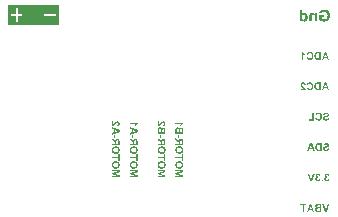
<source format=gbo>
G04*
G04 #@! TF.GenerationSoftware,Altium Limited,Altium Designer,18.1.7 (191)*
G04*
G04 Layer_Color=32896*
%FSLAX25Y25*%
%MOIN*%
G70*
G01*
G75*
G36*
X79165Y81958D02*
X62300D01*
Y88500D01*
X79165D01*
Y81958D01*
D02*
G37*
G36*
X98813Y49841D02*
X98868Y49833D01*
X98920Y49826D01*
X98968Y49811D01*
X99053Y49774D01*
X99127Y49737D01*
X99161Y49715D01*
X99187Y49696D01*
X99212Y49678D01*
X99231Y49659D01*
X99246Y49645D01*
X99261Y49637D01*
X99264Y49630D01*
X99268Y49626D01*
X99305Y49585D01*
X99338Y49537D01*
X99364Y49493D01*
X99386Y49441D01*
X99423Y49345D01*
X99449Y49249D01*
X99457Y49204D01*
X99464Y49163D01*
X99468Y49126D01*
X99471Y49093D01*
X99475Y49067D01*
Y49030D01*
X99471Y48967D01*
X99468Y48908D01*
X99449Y48794D01*
X99420Y48697D01*
X99405Y48653D01*
X99386Y48612D01*
X99372Y48575D01*
X99353Y48546D01*
X99338Y48516D01*
X99327Y48494D01*
X99312Y48475D01*
X99305Y48464D01*
X99301Y48457D01*
X99298Y48453D01*
X99261Y48412D01*
X99224Y48375D01*
X99179Y48342D01*
X99131Y48313D01*
X99035Y48268D01*
X98942Y48231D01*
X98894Y48220D01*
X98854Y48209D01*
X98817Y48198D01*
X98783Y48194D01*
X98754Y48187D01*
X98735D01*
X98720Y48183D01*
X98717D01*
X98669Y48671D01*
X98743Y48679D01*
X98805Y48694D01*
X98861Y48708D01*
X98902Y48727D01*
X98935Y48742D01*
X98957Y48757D01*
X98972Y48768D01*
X98976Y48771D01*
X99005Y48808D01*
X99028Y48849D01*
X99046Y48890D01*
X99057Y48930D01*
X99064Y48964D01*
X99068Y48993D01*
Y49019D01*
X99064Y49075D01*
X99053Y49123D01*
X99039Y49163D01*
X99024Y49200D01*
X99009Y49226D01*
X98994Y49249D01*
X98983Y49260D01*
X98979Y49263D01*
X98942Y49293D01*
X98902Y49315D01*
X98861Y49330D01*
X98820Y49341D01*
X98783Y49349D01*
X98750Y49352D01*
X98731D01*
X98728D01*
X98724D01*
X98669Y49349D01*
X98617Y49337D01*
X98565Y49319D01*
X98521Y49300D01*
X98480Y49282D01*
X98450Y49263D01*
X98432Y49252D01*
X98424Y49249D01*
X98402Y49234D01*
X98376Y49212D01*
X98343Y49182D01*
X98313Y49152D01*
X98243Y49086D01*
X98173Y49019D01*
X98106Y48953D01*
X98077Y48923D01*
X98054Y48893D01*
X98032Y48871D01*
X98017Y48856D01*
X98006Y48845D01*
X98003Y48842D01*
X97932Y48768D01*
X97866Y48701D01*
X97803Y48638D01*
X97747Y48583D01*
X97692Y48531D01*
X97640Y48486D01*
X97596Y48446D01*
X97551Y48412D01*
X97514Y48383D01*
X97481Y48357D01*
X97455Y48335D01*
X97429Y48320D01*
X97414Y48305D01*
X97399Y48298D01*
X97392Y48290D01*
X97388D01*
X97303Y48242D01*
X97215Y48205D01*
X97133Y48176D01*
X97059Y48153D01*
X96992Y48139D01*
X96967Y48135D01*
X96944Y48131D01*
X96926Y48127D01*
X96911Y48124D01*
X96904D01*
X96900D01*
Y49844D01*
X97355D01*
Y48867D01*
X97403Y48897D01*
X97444Y48930D01*
X97462Y48945D01*
X97477Y48956D01*
X97485Y48964D01*
X97488Y48967D01*
X97503Y48982D01*
X97522Y48997D01*
X97562Y49041D01*
X97610Y49090D01*
X97658Y49138D01*
X97703Y49186D01*
X97740Y49226D01*
X97755Y49241D01*
X97766Y49252D01*
X97769Y49260D01*
X97773Y49263D01*
X97851Y49345D01*
X97914Y49411D01*
X97973Y49467D01*
X98017Y49511D01*
X98054Y49545D01*
X98080Y49567D01*
X98099Y49582D01*
X98102Y49585D01*
X98165Y49633D01*
X98225Y49674D01*
X98280Y49707D01*
X98328Y49733D01*
X98369Y49755D01*
X98402Y49770D01*
X98421Y49778D01*
X98428Y49781D01*
X98487Y49804D01*
X98546Y49818D01*
X98602Y49830D01*
X98654Y49837D01*
X98694Y49841D01*
X98728Y49844D01*
X98750D01*
X98757D01*
X98813Y49841D01*
D02*
G37*
G36*
X99460Y46992D02*
Y46444D01*
X96900Y45452D01*
Y46000D01*
X97481Y46211D01*
Y47240D01*
X96900Y47462D01*
Y48020D01*
X99460Y46992D01*
D02*
G37*
G36*
X98077Y44461D02*
X97584D01*
Y45426D01*
X98077D01*
Y44461D01*
D02*
G37*
G36*
X97399Y43928D02*
X97451Y43895D01*
X97503Y43861D01*
X97548Y43832D01*
X97588Y43802D01*
X97625Y43776D01*
X97662Y43754D01*
X97718Y43710D01*
X97762Y43676D01*
X97792Y43654D01*
X97810Y43636D01*
X97814Y43632D01*
X97858Y43591D01*
X97899Y43543D01*
X97932Y43499D01*
X97966Y43454D01*
X97992Y43417D01*
X98010Y43388D01*
X98025Y43366D01*
X98028Y43362D01*
Y43358D01*
X98040Y43421D01*
X98054Y43477D01*
X98069Y43528D01*
X98088Y43580D01*
X98106Y43625D01*
X98125Y43665D01*
X98143Y43706D01*
X98165Y43739D01*
X98184Y43769D01*
X98202Y43795D01*
X98221Y43817D01*
X98236Y43832D01*
X98247Y43847D01*
X98258Y43858D01*
X98262Y43861D01*
X98265Y43865D01*
X98302Y43895D01*
X98339Y43921D01*
X98421Y43965D01*
X98498Y43995D01*
X98576Y44013D01*
X98643Y44028D01*
X98669Y44032D01*
X98694D01*
X98713Y44035D01*
X98731D01*
X98739D01*
X98743D01*
X98824Y44032D01*
X98902Y44017D01*
X98968Y43998D01*
X99028Y43980D01*
X99076Y43958D01*
X99113Y43939D01*
X99124Y43932D01*
X99135Y43924D01*
X99138Y43921D01*
X99142D01*
X99205Y43876D01*
X99257Y43828D01*
X99298Y43780D01*
X99335Y43732D01*
X99357Y43687D01*
X99375Y43654D01*
X99386Y43632D01*
X99390Y43628D01*
Y43625D01*
X99401Y43588D01*
X99412Y43547D01*
X99431Y43454D01*
X99442Y43354D01*
X99453Y43258D01*
Y43210D01*
X99457Y43170D01*
Y43129D01*
X99460Y43095D01*
Y41941D01*
X96900D01*
Y42459D01*
X97969D01*
Y42626D01*
X97966Y42677D01*
X97962Y42722D01*
X97954Y42759D01*
X97951Y42788D01*
X97943Y42807D01*
X97940Y42818D01*
Y42822D01*
X97925Y42851D01*
X97910Y42881D01*
X97892Y42907D01*
X97877Y42933D01*
X97858Y42951D01*
X97843Y42966D01*
X97836Y42973D01*
X97832Y42977D01*
X97814Y42992D01*
X97795Y43010D01*
X97740Y43051D01*
X97681Y43095D01*
X97614Y43144D01*
X97555Y43184D01*
X97525Y43203D01*
X97503Y43218D01*
X97485Y43232D01*
X97470Y43244D01*
X97459Y43247D01*
X97455Y43251D01*
X96900Y43621D01*
Y44243D01*
X97399Y43928D01*
D02*
G37*
G36*
X98291Y41530D02*
X98399Y41519D01*
X98498Y41504D01*
X98595Y41482D01*
X98680Y41456D01*
X98761Y41427D01*
X98835Y41397D01*
X98898Y41364D01*
X98957Y41331D01*
X99009Y41301D01*
X99053Y41271D01*
X99090Y41245D01*
X99116Y41227D01*
X99138Y41208D01*
X99150Y41197D01*
X99153Y41194D01*
X99216Y41127D01*
X99272Y41057D01*
X99320Y40983D01*
X99361Y40909D01*
X99394Y40831D01*
X99423Y40757D01*
X99446Y40683D01*
X99464Y40613D01*
X99479Y40546D01*
X99490Y40483D01*
X99497Y40428D01*
X99505Y40380D01*
Y40343D01*
X99509Y40313D01*
Y40287D01*
X99505Y40176D01*
X99494Y40069D01*
X99475Y39976D01*
X99457Y39895D01*
X99446Y39862D01*
X99438Y39828D01*
X99431Y39803D01*
X99420Y39780D01*
X99416Y39762D01*
X99409Y39747D01*
X99405Y39740D01*
Y39736D01*
X99375Y39669D01*
X99338Y39606D01*
X99298Y39551D01*
X99261Y39503D01*
X99227Y39462D01*
X99198Y39429D01*
X99179Y39410D01*
X99176Y39407D01*
X99172Y39403D01*
X99113Y39351D01*
X99050Y39303D01*
X98994Y39262D01*
X98939Y39229D01*
X98891Y39203D01*
X98854Y39181D01*
X98839Y39177D01*
X98828Y39170D01*
X98824Y39166D01*
X98820D01*
X98717Y39129D01*
X98606Y39099D01*
X98495Y39081D01*
X98391Y39066D01*
X98343Y39062D01*
X98299Y39059D01*
X98262Y39055D01*
X98228D01*
X98199Y39051D01*
X98180D01*
X98165D01*
X98162D01*
X98051Y39055D01*
X97943Y39066D01*
X97843Y39081D01*
X97751Y39103D01*
X97666Y39129D01*
X97588Y39159D01*
X97514Y39188D01*
X97451Y39222D01*
X97392Y39251D01*
X97344Y39281D01*
X97300Y39310D01*
X97263Y39336D01*
X97237Y39358D01*
X97215Y39373D01*
X97203Y39384D01*
X97200Y39388D01*
X97137Y39455D01*
X97085Y39525D01*
X97037Y39595D01*
X97000Y39673D01*
X96967Y39747D01*
X96937Y39825D01*
X96915Y39895D01*
X96896Y39969D01*
X96882Y40036D01*
X96870Y40099D01*
X96863Y40154D01*
X96859Y40202D01*
X96856Y40239D01*
X96852Y40269D01*
Y40295D01*
X96856Y40398D01*
X96867Y40494D01*
X96885Y40587D01*
X96907Y40672D01*
X96933Y40753D01*
X96963Y40827D01*
X96992Y40894D01*
X97026Y40957D01*
X97059Y41009D01*
X97089Y41057D01*
X97118Y41098D01*
X97144Y41131D01*
X97166Y41160D01*
X97185Y41179D01*
X97196Y41190D01*
X97200Y41194D01*
X97270Y41253D01*
X97344Y41305D01*
X97422Y41353D01*
X97499Y41390D01*
X97581Y41423D01*
X97662Y41453D01*
X97744Y41475D01*
X97821Y41493D01*
X97892Y41504D01*
X97962Y41516D01*
X98021Y41523D01*
X98073Y41530D01*
X98117D01*
X98151Y41534D01*
X98169D01*
X98176D01*
X98291Y41530D01*
D02*
G37*
G36*
X99460Y36791D02*
X99028D01*
Y37549D01*
X96900D01*
Y38067D01*
X99028D01*
Y38822D01*
X99460D01*
Y36791D01*
D02*
G37*
G36*
X98291Y36561D02*
X98399Y36550D01*
X98498Y36535D01*
X98595Y36513D01*
X98680Y36487D01*
X98761Y36458D01*
X98835Y36428D01*
X98898Y36395D01*
X98957Y36362D01*
X99009Y36332D01*
X99053Y36302D01*
X99090Y36276D01*
X99116Y36258D01*
X99138Y36239D01*
X99150Y36228D01*
X99153Y36225D01*
X99216Y36158D01*
X99272Y36088D01*
X99320Y36014D01*
X99361Y35940D01*
X99394Y35862D01*
X99423Y35788D01*
X99446Y35714D01*
X99464Y35644D01*
X99479Y35577D01*
X99490Y35514D01*
X99497Y35459D01*
X99505Y35411D01*
Y35374D01*
X99509Y35344D01*
Y35318D01*
X99505Y35207D01*
X99494Y35100D01*
X99475Y35007D01*
X99457Y34926D01*
X99446Y34893D01*
X99438Y34859D01*
X99431Y34833D01*
X99420Y34811D01*
X99416Y34793D01*
X99409Y34778D01*
X99405Y34771D01*
Y34767D01*
X99375Y34700D01*
X99338Y34637D01*
X99298Y34582D01*
X99261Y34534D01*
X99227Y34493D01*
X99198Y34460D01*
X99179Y34441D01*
X99176Y34438D01*
X99172Y34434D01*
X99113Y34382D01*
X99050Y34334D01*
X98994Y34293D01*
X98939Y34260D01*
X98891Y34234D01*
X98854Y34212D01*
X98839Y34208D01*
X98828Y34201D01*
X98824Y34197D01*
X98820D01*
X98717Y34160D01*
X98606Y34130D01*
X98495Y34112D01*
X98391Y34097D01*
X98343Y34093D01*
X98299Y34090D01*
X98262Y34086D01*
X98228D01*
X98199Y34082D01*
X98180D01*
X98165D01*
X98162D01*
X98051Y34086D01*
X97943Y34097D01*
X97843Y34112D01*
X97751Y34134D01*
X97666Y34160D01*
X97588Y34190D01*
X97514Y34219D01*
X97451Y34253D01*
X97392Y34282D01*
X97344Y34312D01*
X97300Y34341D01*
X97263Y34367D01*
X97237Y34389D01*
X97215Y34404D01*
X97203Y34415D01*
X97200Y34419D01*
X97137Y34486D01*
X97085Y34556D01*
X97037Y34626D01*
X97000Y34704D01*
X96967Y34778D01*
X96937Y34856D01*
X96915Y34926D01*
X96896Y35000D01*
X96882Y35067D01*
X96870Y35129D01*
X96863Y35185D01*
X96859Y35233D01*
X96856Y35270D01*
X96852Y35300D01*
Y35326D01*
X96856Y35429D01*
X96867Y35525D01*
X96885Y35618D01*
X96907Y35703D01*
X96933Y35784D01*
X96963Y35858D01*
X96992Y35925D01*
X97026Y35988D01*
X97059Y36040D01*
X97089Y36088D01*
X97118Y36128D01*
X97144Y36162D01*
X97166Y36191D01*
X97185Y36210D01*
X97196Y36221D01*
X97200Y36225D01*
X97270Y36284D01*
X97344Y36336D01*
X97422Y36384D01*
X97499Y36421D01*
X97581Y36454D01*
X97662Y36484D01*
X97744Y36506D01*
X97821Y36524D01*
X97892Y36535D01*
X97962Y36546D01*
X98021Y36554D01*
X98073Y36561D01*
X98117D01*
X98151Y36565D01*
X98169D01*
X98176D01*
X98291Y36561D01*
D02*
G37*
G36*
X99460Y32887D02*
X97710Y32432D01*
X99460Y31973D01*
Y31200D01*
X96900D01*
Y31677D01*
X98913D01*
X96900Y32181D01*
Y32680D01*
X98913Y33183D01*
X96900Y33187D01*
Y33664D01*
X99460D01*
Y32887D01*
D02*
G37*
G36*
X105475Y49041D02*
X105390Y49004D01*
X105312Y48956D01*
X105238Y48904D01*
X105179Y48853D01*
X105131Y48808D01*
X105094Y48768D01*
X105079Y48753D01*
X105068Y48742D01*
X105064Y48734D01*
X105061Y48731D01*
X105002Y48649D01*
X104950Y48572D01*
X104909Y48501D01*
X104879Y48438D01*
X104857Y48386D01*
X104839Y48349D01*
X104835Y48335D01*
X104831Y48324D01*
X104828Y48320D01*
Y48316D01*
X104384D01*
X104436Y48449D01*
X104491Y48568D01*
X104521Y48623D01*
X104554Y48675D01*
X104584Y48723D01*
X104613Y48768D01*
X104643Y48808D01*
X104669Y48845D01*
X104691Y48875D01*
X104713Y48901D01*
X104732Y48923D01*
X104743Y48938D01*
X104750Y48945D01*
X104754Y48949D01*
X102900D01*
Y49441D01*
X105475D01*
Y49041D01*
D02*
G37*
G36*
X105460Y46992D02*
Y46444D01*
X102900Y45452D01*
Y46000D01*
X103481Y46211D01*
Y47240D01*
X102900Y47462D01*
Y48020D01*
X105460Y46992D01*
D02*
G37*
G36*
X104077Y44461D02*
X103585D01*
Y45426D01*
X104077D01*
Y44461D01*
D02*
G37*
G36*
X103400Y43928D02*
X103451Y43895D01*
X103503Y43861D01*
X103548Y43832D01*
X103588Y43802D01*
X103625Y43776D01*
X103662Y43754D01*
X103718Y43710D01*
X103762Y43676D01*
X103792Y43654D01*
X103810Y43636D01*
X103814Y43632D01*
X103858Y43591D01*
X103899Y43543D01*
X103932Y43499D01*
X103966Y43454D01*
X103991Y43417D01*
X104010Y43388D01*
X104025Y43366D01*
X104028Y43362D01*
Y43358D01*
X104040Y43421D01*
X104054Y43477D01*
X104069Y43528D01*
X104088Y43580D01*
X104106Y43625D01*
X104125Y43665D01*
X104143Y43706D01*
X104165Y43739D01*
X104184Y43769D01*
X104202Y43795D01*
X104221Y43817D01*
X104236Y43832D01*
X104247Y43847D01*
X104258Y43858D01*
X104262Y43861D01*
X104265Y43865D01*
X104302Y43895D01*
X104339Y43921D01*
X104421Y43965D01*
X104498Y43995D01*
X104576Y44013D01*
X104643Y44028D01*
X104669Y44032D01*
X104694D01*
X104713Y44035D01*
X104732D01*
X104739D01*
X104743D01*
X104824Y44032D01*
X104902Y44017D01*
X104968Y43998D01*
X105027Y43980D01*
X105076Y43958D01*
X105113Y43939D01*
X105124Y43932D01*
X105135Y43924D01*
X105139Y43921D01*
X105142D01*
X105205Y43876D01*
X105257Y43828D01*
X105298Y43780D01*
X105335Y43732D01*
X105357Y43687D01*
X105375Y43654D01*
X105386Y43632D01*
X105390Y43628D01*
Y43625D01*
X105401Y43588D01*
X105412Y43547D01*
X105431Y43454D01*
X105442Y43354D01*
X105453Y43258D01*
Y43210D01*
X105457Y43170D01*
Y43129D01*
X105460Y43095D01*
Y41941D01*
X102900D01*
Y42459D01*
X103969D01*
Y42626D01*
X103966Y42677D01*
X103962Y42722D01*
X103955Y42759D01*
X103951Y42788D01*
X103943Y42807D01*
X103940Y42818D01*
Y42822D01*
X103925Y42851D01*
X103910Y42881D01*
X103892Y42907D01*
X103877Y42933D01*
X103858Y42951D01*
X103843Y42966D01*
X103836Y42973D01*
X103832Y42977D01*
X103814Y42992D01*
X103795Y43010D01*
X103740Y43051D01*
X103681Y43095D01*
X103614Y43144D01*
X103555Y43184D01*
X103525Y43203D01*
X103503Y43218D01*
X103485Y43232D01*
X103470Y43244D01*
X103459Y43247D01*
X103455Y43251D01*
X102900Y43621D01*
Y44243D01*
X103400Y43928D01*
D02*
G37*
G36*
X104291Y41530D02*
X104399Y41519D01*
X104498Y41504D01*
X104595Y41482D01*
X104680Y41456D01*
X104761Y41427D01*
X104835Y41397D01*
X104898Y41364D01*
X104957Y41331D01*
X105009Y41301D01*
X105053Y41271D01*
X105090Y41245D01*
X105116Y41227D01*
X105139Y41208D01*
X105150Y41197D01*
X105153Y41194D01*
X105216Y41127D01*
X105272Y41057D01*
X105320Y40983D01*
X105360Y40909D01*
X105394Y40831D01*
X105423Y40757D01*
X105446Y40683D01*
X105464Y40613D01*
X105479Y40546D01*
X105490Y40483D01*
X105497Y40428D01*
X105505Y40380D01*
Y40343D01*
X105508Y40313D01*
Y40287D01*
X105505Y40176D01*
X105494Y40069D01*
X105475Y39976D01*
X105457Y39895D01*
X105446Y39862D01*
X105438Y39828D01*
X105431Y39803D01*
X105420Y39780D01*
X105416Y39762D01*
X105409Y39747D01*
X105405Y39740D01*
Y39736D01*
X105375Y39669D01*
X105338Y39606D01*
X105298Y39551D01*
X105261Y39503D01*
X105227Y39462D01*
X105198Y39429D01*
X105179Y39410D01*
X105175Y39407D01*
X105172Y39403D01*
X105113Y39351D01*
X105050Y39303D01*
X104994Y39262D01*
X104939Y39229D01*
X104891Y39203D01*
X104854Y39181D01*
X104839Y39177D01*
X104828Y39170D01*
X104824Y39166D01*
X104820D01*
X104717Y39129D01*
X104606Y39099D01*
X104495Y39081D01*
X104391Y39066D01*
X104343Y39062D01*
X104299Y39059D01*
X104262Y39055D01*
X104228D01*
X104199Y39051D01*
X104180D01*
X104165D01*
X104162D01*
X104051Y39055D01*
X103943Y39066D01*
X103843Y39081D01*
X103751Y39103D01*
X103666Y39129D01*
X103588Y39159D01*
X103514Y39188D01*
X103451Y39222D01*
X103392Y39251D01*
X103344Y39281D01*
X103300Y39310D01*
X103263Y39336D01*
X103237Y39358D01*
X103215Y39373D01*
X103203Y39384D01*
X103200Y39388D01*
X103137Y39455D01*
X103085Y39525D01*
X103037Y39595D01*
X103000Y39673D01*
X102967Y39747D01*
X102937Y39825D01*
X102915Y39895D01*
X102896Y39969D01*
X102882Y40036D01*
X102870Y40099D01*
X102863Y40154D01*
X102859Y40202D01*
X102856Y40239D01*
X102852Y40269D01*
Y40295D01*
X102856Y40398D01*
X102867Y40494D01*
X102885Y40587D01*
X102907Y40672D01*
X102933Y40753D01*
X102963Y40827D01*
X102992Y40894D01*
X103026Y40957D01*
X103059Y41009D01*
X103089Y41057D01*
X103118Y41098D01*
X103144Y41131D01*
X103166Y41160D01*
X103185Y41179D01*
X103196Y41190D01*
X103200Y41194D01*
X103270Y41253D01*
X103344Y41305D01*
X103422Y41353D01*
X103499Y41390D01*
X103581Y41423D01*
X103662Y41453D01*
X103744Y41475D01*
X103821Y41493D01*
X103892Y41504D01*
X103962Y41516D01*
X104021Y41523D01*
X104073Y41530D01*
X104117D01*
X104151Y41534D01*
X104169D01*
X104176D01*
X104291Y41530D01*
D02*
G37*
G36*
X105460Y36791D02*
X105027D01*
Y37549D01*
X102900D01*
Y38067D01*
X105027D01*
Y38822D01*
X105460D01*
Y36791D01*
D02*
G37*
G36*
X104291Y36561D02*
X104399Y36550D01*
X104498Y36535D01*
X104595Y36513D01*
X104680Y36487D01*
X104761Y36458D01*
X104835Y36428D01*
X104898Y36395D01*
X104957Y36362D01*
X105009Y36332D01*
X105053Y36302D01*
X105090Y36276D01*
X105116Y36258D01*
X105139Y36239D01*
X105150Y36228D01*
X105153Y36225D01*
X105216Y36158D01*
X105272Y36088D01*
X105320Y36014D01*
X105360Y35940D01*
X105394Y35862D01*
X105423Y35788D01*
X105446Y35714D01*
X105464Y35644D01*
X105479Y35577D01*
X105490Y35514D01*
X105497Y35459D01*
X105505Y35411D01*
Y35374D01*
X105508Y35344D01*
Y35318D01*
X105505Y35207D01*
X105494Y35100D01*
X105475Y35007D01*
X105457Y34926D01*
X105446Y34893D01*
X105438Y34859D01*
X105431Y34833D01*
X105420Y34811D01*
X105416Y34793D01*
X105409Y34778D01*
X105405Y34771D01*
Y34767D01*
X105375Y34700D01*
X105338Y34637D01*
X105298Y34582D01*
X105261Y34534D01*
X105227Y34493D01*
X105198Y34460D01*
X105179Y34441D01*
X105175Y34438D01*
X105172Y34434D01*
X105113Y34382D01*
X105050Y34334D01*
X104994Y34293D01*
X104939Y34260D01*
X104891Y34234D01*
X104854Y34212D01*
X104839Y34208D01*
X104828Y34201D01*
X104824Y34197D01*
X104820D01*
X104717Y34160D01*
X104606Y34130D01*
X104495Y34112D01*
X104391Y34097D01*
X104343Y34093D01*
X104299Y34090D01*
X104262Y34086D01*
X104228D01*
X104199Y34082D01*
X104180D01*
X104165D01*
X104162D01*
X104051Y34086D01*
X103943Y34097D01*
X103843Y34112D01*
X103751Y34134D01*
X103666Y34160D01*
X103588Y34190D01*
X103514Y34219D01*
X103451Y34253D01*
X103392Y34282D01*
X103344Y34312D01*
X103300Y34341D01*
X103263Y34367D01*
X103237Y34389D01*
X103215Y34404D01*
X103203Y34415D01*
X103200Y34419D01*
X103137Y34486D01*
X103085Y34556D01*
X103037Y34626D01*
X103000Y34704D01*
X102967Y34778D01*
X102937Y34856D01*
X102915Y34926D01*
X102896Y35000D01*
X102882Y35067D01*
X102870Y35129D01*
X102863Y35185D01*
X102859Y35233D01*
X102856Y35270D01*
X102852Y35300D01*
Y35326D01*
X102856Y35429D01*
X102867Y35525D01*
X102885Y35618D01*
X102907Y35703D01*
X102933Y35784D01*
X102963Y35858D01*
X102992Y35925D01*
X103026Y35988D01*
X103059Y36040D01*
X103089Y36088D01*
X103118Y36128D01*
X103144Y36162D01*
X103166Y36191D01*
X103185Y36210D01*
X103196Y36221D01*
X103200Y36225D01*
X103270Y36284D01*
X103344Y36336D01*
X103422Y36384D01*
X103499Y36421D01*
X103581Y36454D01*
X103662Y36484D01*
X103744Y36506D01*
X103821Y36524D01*
X103892Y36535D01*
X103962Y36546D01*
X104021Y36554D01*
X104073Y36561D01*
X104117D01*
X104151Y36565D01*
X104169D01*
X104176D01*
X104291Y36561D01*
D02*
G37*
G36*
X105460Y32887D02*
X103710Y32432D01*
X105460Y31973D01*
Y31200D01*
X102900D01*
Y31677D01*
X104913D01*
X102900Y32181D01*
Y32680D01*
X104913Y33183D01*
X102900Y33187D01*
Y33664D01*
X105460D01*
Y32887D01*
D02*
G37*
G36*
X114113Y49841D02*
X114168Y49833D01*
X114220Y49826D01*
X114268Y49811D01*
X114353Y49774D01*
X114427Y49737D01*
X114461Y49715D01*
X114487Y49696D01*
X114513Y49678D01*
X114531Y49659D01*
X114546Y49645D01*
X114561Y49637D01*
X114564Y49630D01*
X114568Y49626D01*
X114605Y49585D01*
X114638Y49537D01*
X114664Y49493D01*
X114686Y49441D01*
X114723Y49345D01*
X114749Y49249D01*
X114757Y49204D01*
X114764Y49163D01*
X114768Y49126D01*
X114771Y49093D01*
X114775Y49067D01*
Y49030D01*
X114771Y48967D01*
X114768Y48908D01*
X114749Y48794D01*
X114720Y48697D01*
X114705Y48653D01*
X114686Y48612D01*
X114672Y48575D01*
X114653Y48546D01*
X114638Y48516D01*
X114627Y48494D01*
X114612Y48475D01*
X114605Y48464D01*
X114601Y48457D01*
X114598Y48453D01*
X114561Y48412D01*
X114524Y48375D01*
X114479Y48342D01*
X114431Y48313D01*
X114335Y48268D01*
X114242Y48231D01*
X114194Y48220D01*
X114154Y48209D01*
X114117Y48198D01*
X114083Y48194D01*
X114054Y48187D01*
X114035D01*
X114020Y48183D01*
X114017D01*
X113969Y48671D01*
X114043Y48679D01*
X114105Y48694D01*
X114161Y48708D01*
X114202Y48727D01*
X114235Y48742D01*
X114257Y48757D01*
X114272Y48768D01*
X114276Y48771D01*
X114305Y48808D01*
X114328Y48849D01*
X114346Y48890D01*
X114357Y48930D01*
X114365Y48964D01*
X114368Y48993D01*
Y49019D01*
X114365Y49075D01*
X114353Y49123D01*
X114339Y49163D01*
X114324Y49200D01*
X114309Y49226D01*
X114294Y49249D01*
X114283Y49260D01*
X114279Y49263D01*
X114242Y49293D01*
X114202Y49315D01*
X114161Y49330D01*
X114120Y49341D01*
X114083Y49349D01*
X114050Y49352D01*
X114032D01*
X114028D01*
X114024D01*
X113969Y49349D01*
X113917Y49337D01*
X113865Y49319D01*
X113821Y49300D01*
X113780Y49282D01*
X113750Y49263D01*
X113732Y49252D01*
X113724Y49249D01*
X113702Y49234D01*
X113676Y49212D01*
X113643Y49182D01*
X113613Y49152D01*
X113543Y49086D01*
X113473Y49019D01*
X113406Y48953D01*
X113377Y48923D01*
X113354Y48893D01*
X113332Y48871D01*
X113317Y48856D01*
X113306Y48845D01*
X113303Y48842D01*
X113232Y48768D01*
X113166Y48701D01*
X113103Y48638D01*
X113047Y48583D01*
X112992Y48531D01*
X112940Y48486D01*
X112896Y48446D01*
X112851Y48412D01*
X112814Y48383D01*
X112781Y48357D01*
X112755Y48335D01*
X112729Y48320D01*
X112714Y48305D01*
X112699Y48298D01*
X112692Y48290D01*
X112688D01*
X112603Y48242D01*
X112514Y48205D01*
X112433Y48176D01*
X112359Y48153D01*
X112293Y48139D01*
X112267Y48135D01*
X112244Y48131D01*
X112226Y48127D01*
X112211Y48124D01*
X112204D01*
X112200D01*
Y49844D01*
X112655D01*
Y48867D01*
X112703Y48897D01*
X112744Y48930D01*
X112762Y48945D01*
X112777Y48956D01*
X112785Y48964D01*
X112788Y48967D01*
X112803Y48982D01*
X112822Y48997D01*
X112862Y49041D01*
X112910Y49090D01*
X112959Y49138D01*
X113003Y49186D01*
X113040Y49226D01*
X113055Y49241D01*
X113066Y49252D01*
X113069Y49260D01*
X113073Y49263D01*
X113151Y49345D01*
X113214Y49411D01*
X113273Y49467D01*
X113317Y49511D01*
X113354Y49545D01*
X113380Y49567D01*
X113399Y49582D01*
X113402Y49585D01*
X113465Y49633D01*
X113525Y49674D01*
X113580Y49707D01*
X113628Y49733D01*
X113669Y49755D01*
X113702Y49770D01*
X113721Y49778D01*
X113728Y49781D01*
X113787Y49804D01*
X113847Y49818D01*
X113902Y49830D01*
X113954Y49837D01*
X113995Y49841D01*
X114028Y49844D01*
X114050D01*
X114057D01*
X114113Y49841D01*
D02*
G37*
G36*
X113021Y47854D02*
X113095Y47839D01*
X113158Y47817D01*
X113217Y47794D01*
X113262Y47772D01*
X113295Y47750D01*
X113317Y47735D01*
X113325Y47732D01*
X113384Y47680D01*
X113432Y47624D01*
X113473Y47561D01*
X113502Y47506D01*
X113528Y47454D01*
X113547Y47410D01*
X113550Y47395D01*
X113554Y47384D01*
X113558Y47376D01*
Y47373D01*
X113591Y47432D01*
X113625Y47484D01*
X113665Y47528D01*
X113698Y47565D01*
X113732Y47591D01*
X113758Y47613D01*
X113776Y47628D01*
X113784Y47632D01*
X113843Y47665D01*
X113898Y47691D01*
X113954Y47706D01*
X114006Y47721D01*
X114050Y47728D01*
X114083Y47732D01*
X114105D01*
X114109D01*
X114113D01*
X114172Y47728D01*
X114231Y47721D01*
X114279Y47706D01*
X114324Y47691D01*
X114361Y47676D01*
X114390Y47661D01*
X114405Y47654D01*
X114413Y47650D01*
X114461Y47621D01*
X114501Y47587D01*
X114538Y47554D01*
X114572Y47524D01*
X114594Y47495D01*
X114612Y47473D01*
X114623Y47458D01*
X114627Y47454D01*
X114657Y47410D01*
X114679Y47362D01*
X114698Y47317D01*
X114712Y47276D01*
X114723Y47240D01*
X114731Y47214D01*
X114734Y47195D01*
Y47188D01*
X114742Y47125D01*
X114749Y47054D01*
X114753Y46981D01*
X114757Y46907D01*
X114760Y46840D01*
Y45715D01*
X112200D01*
Y46825D01*
X112204Y46888D01*
Y46999D01*
X112207Y47043D01*
Y47114D01*
X112211Y47140D01*
Y47177D01*
X112215Y47191D01*
Y47206D01*
X112226Y47280D01*
X112244Y47347D01*
X112263Y47406D01*
X112285Y47458D01*
X112304Y47499D01*
X112322Y47528D01*
X112333Y47547D01*
X112337Y47554D01*
X112378Y47606D01*
X112422Y47646D01*
X112463Y47687D01*
X112507Y47717D01*
X112544Y47743D01*
X112574Y47761D01*
X112592Y47772D01*
X112600Y47776D01*
X112662Y47802D01*
X112722Y47824D01*
X112781Y47839D01*
X112833Y47846D01*
X112877Y47854D01*
X112910Y47857D01*
X112933D01*
X112936D01*
X112940D01*
X113021Y47854D01*
D02*
G37*
G36*
X113377Y44461D02*
X112884D01*
Y45426D01*
X113377D01*
Y44461D01*
D02*
G37*
G36*
X112699Y43928D02*
X112751Y43895D01*
X112803Y43861D01*
X112847Y43832D01*
X112888Y43802D01*
X112925Y43776D01*
X112962Y43754D01*
X113018Y43710D01*
X113062Y43676D01*
X113092Y43654D01*
X113110Y43636D01*
X113114Y43632D01*
X113158Y43591D01*
X113199Y43543D01*
X113232Y43499D01*
X113266Y43454D01*
X113292Y43417D01*
X113310Y43388D01*
X113325Y43366D01*
X113329Y43362D01*
Y43358D01*
X113340Y43421D01*
X113354Y43477D01*
X113369Y43528D01*
X113388Y43580D01*
X113406Y43625D01*
X113425Y43665D01*
X113443Y43706D01*
X113465Y43739D01*
X113484Y43769D01*
X113502Y43795D01*
X113521Y43817D01*
X113536Y43832D01*
X113547Y43847D01*
X113558Y43858D01*
X113562Y43861D01*
X113565Y43865D01*
X113602Y43895D01*
X113639Y43921D01*
X113721Y43965D01*
X113798Y43995D01*
X113876Y44013D01*
X113943Y44028D01*
X113969Y44032D01*
X113995D01*
X114013Y44035D01*
X114032D01*
X114039D01*
X114043D01*
X114124Y44032D01*
X114202Y44017D01*
X114268Y43998D01*
X114328Y43980D01*
X114376Y43958D01*
X114413Y43939D01*
X114424Y43932D01*
X114435Y43924D01*
X114438Y43921D01*
X114442D01*
X114505Y43876D01*
X114557Y43828D01*
X114598Y43780D01*
X114635Y43732D01*
X114657Y43687D01*
X114675Y43654D01*
X114686Y43632D01*
X114690Y43628D01*
Y43625D01*
X114701Y43588D01*
X114712Y43547D01*
X114731Y43454D01*
X114742Y43354D01*
X114753Y43258D01*
Y43210D01*
X114757Y43170D01*
Y43129D01*
X114760Y43095D01*
Y41941D01*
X112200D01*
Y42459D01*
X113269D01*
Y42626D01*
X113266Y42677D01*
X113262Y42722D01*
X113254Y42759D01*
X113251Y42788D01*
X113243Y42807D01*
X113240Y42818D01*
Y42822D01*
X113225Y42851D01*
X113210Y42881D01*
X113192Y42907D01*
X113177Y42933D01*
X113158Y42951D01*
X113144Y42966D01*
X113136Y42973D01*
X113132Y42977D01*
X113114Y42992D01*
X113095Y43010D01*
X113040Y43051D01*
X112981Y43095D01*
X112914Y43144D01*
X112855Y43184D01*
X112825Y43203D01*
X112803Y43218D01*
X112785Y43232D01*
X112770Y43244D01*
X112759Y43247D01*
X112755Y43251D01*
X112200Y43621D01*
Y44243D01*
X112699Y43928D01*
D02*
G37*
G36*
X113591Y41530D02*
X113698Y41519D01*
X113798Y41504D01*
X113895Y41482D01*
X113980Y41456D01*
X114061Y41427D01*
X114135Y41397D01*
X114198Y41364D01*
X114257Y41331D01*
X114309Y41301D01*
X114353Y41271D01*
X114390Y41245D01*
X114416Y41227D01*
X114438Y41208D01*
X114450Y41197D01*
X114453Y41194D01*
X114516Y41127D01*
X114572Y41057D01*
X114620Y40983D01*
X114661Y40909D01*
X114694Y40831D01*
X114723Y40757D01*
X114746Y40683D01*
X114764Y40613D01*
X114779Y40546D01*
X114790Y40483D01*
X114797Y40428D01*
X114805Y40380D01*
Y40343D01*
X114808Y40313D01*
Y40287D01*
X114805Y40176D01*
X114794Y40069D01*
X114775Y39976D01*
X114757Y39895D01*
X114746Y39862D01*
X114738Y39828D01*
X114731Y39803D01*
X114720Y39780D01*
X114716Y39762D01*
X114709Y39747D01*
X114705Y39740D01*
Y39736D01*
X114675Y39669D01*
X114638Y39606D01*
X114598Y39551D01*
X114561Y39503D01*
X114527Y39462D01*
X114498Y39429D01*
X114479Y39410D01*
X114476Y39407D01*
X114472Y39403D01*
X114413Y39351D01*
X114350Y39303D01*
X114294Y39262D01*
X114239Y39229D01*
X114191Y39203D01*
X114154Y39181D01*
X114139Y39177D01*
X114128Y39170D01*
X114124Y39166D01*
X114120D01*
X114017Y39129D01*
X113906Y39099D01*
X113795Y39081D01*
X113691Y39066D01*
X113643Y39062D01*
X113599Y39059D01*
X113562Y39055D01*
X113528D01*
X113499Y39051D01*
X113480D01*
X113465D01*
X113462D01*
X113351Y39055D01*
X113243Y39066D01*
X113144Y39081D01*
X113051Y39103D01*
X112966Y39129D01*
X112888Y39159D01*
X112814Y39188D01*
X112751Y39222D01*
X112692Y39251D01*
X112644Y39281D01*
X112600Y39310D01*
X112563Y39336D01*
X112537Y39358D01*
X112514Y39373D01*
X112503Y39384D01*
X112500Y39388D01*
X112437Y39455D01*
X112385Y39525D01*
X112337Y39595D01*
X112300Y39673D01*
X112267Y39747D01*
X112237Y39825D01*
X112215Y39895D01*
X112196Y39969D01*
X112181Y40036D01*
X112170Y40099D01*
X112163Y40154D01*
X112159Y40202D01*
X112156Y40239D01*
X112152Y40269D01*
Y40295D01*
X112156Y40398D01*
X112167Y40494D01*
X112185Y40587D01*
X112207Y40672D01*
X112233Y40753D01*
X112263Y40827D01*
X112293Y40894D01*
X112326Y40957D01*
X112359Y41009D01*
X112389Y41057D01*
X112418Y41098D01*
X112444Y41131D01*
X112466Y41160D01*
X112485Y41179D01*
X112496Y41190D01*
X112500Y41194D01*
X112570Y41253D01*
X112644Y41305D01*
X112722Y41353D01*
X112799Y41390D01*
X112881Y41423D01*
X112962Y41453D01*
X113044Y41475D01*
X113121Y41493D01*
X113192Y41504D01*
X113262Y41516D01*
X113321Y41523D01*
X113373Y41530D01*
X113417D01*
X113451Y41534D01*
X113469D01*
X113477D01*
X113591Y41530D01*
D02*
G37*
G36*
X114760Y36791D02*
X114328D01*
Y37549D01*
X112200D01*
Y38067D01*
X114328D01*
Y38822D01*
X114760D01*
Y36791D01*
D02*
G37*
G36*
X113591Y36561D02*
X113698Y36550D01*
X113798Y36535D01*
X113895Y36513D01*
X113980Y36487D01*
X114061Y36458D01*
X114135Y36428D01*
X114198Y36395D01*
X114257Y36362D01*
X114309Y36332D01*
X114353Y36302D01*
X114390Y36276D01*
X114416Y36258D01*
X114438Y36239D01*
X114450Y36228D01*
X114453Y36225D01*
X114516Y36158D01*
X114572Y36088D01*
X114620Y36014D01*
X114661Y35940D01*
X114694Y35862D01*
X114723Y35788D01*
X114746Y35714D01*
X114764Y35644D01*
X114779Y35577D01*
X114790Y35514D01*
X114797Y35459D01*
X114805Y35411D01*
Y35374D01*
X114808Y35344D01*
Y35318D01*
X114805Y35207D01*
X114794Y35100D01*
X114775Y35007D01*
X114757Y34926D01*
X114746Y34893D01*
X114738Y34859D01*
X114731Y34833D01*
X114720Y34811D01*
X114716Y34793D01*
X114709Y34778D01*
X114705Y34771D01*
Y34767D01*
X114675Y34700D01*
X114638Y34637D01*
X114598Y34582D01*
X114561Y34534D01*
X114527Y34493D01*
X114498Y34460D01*
X114479Y34441D01*
X114476Y34438D01*
X114472Y34434D01*
X114413Y34382D01*
X114350Y34334D01*
X114294Y34293D01*
X114239Y34260D01*
X114191Y34234D01*
X114154Y34212D01*
X114139Y34208D01*
X114128Y34201D01*
X114124Y34197D01*
X114120D01*
X114017Y34160D01*
X113906Y34130D01*
X113795Y34112D01*
X113691Y34097D01*
X113643Y34093D01*
X113599Y34090D01*
X113562Y34086D01*
X113528D01*
X113499Y34082D01*
X113480D01*
X113465D01*
X113462D01*
X113351Y34086D01*
X113243Y34097D01*
X113144Y34112D01*
X113051Y34134D01*
X112966Y34160D01*
X112888Y34190D01*
X112814Y34219D01*
X112751Y34253D01*
X112692Y34282D01*
X112644Y34312D01*
X112600Y34341D01*
X112563Y34367D01*
X112537Y34389D01*
X112514Y34404D01*
X112503Y34415D01*
X112500Y34419D01*
X112437Y34486D01*
X112385Y34556D01*
X112337Y34626D01*
X112300Y34704D01*
X112267Y34778D01*
X112237Y34856D01*
X112215Y34926D01*
X112196Y35000D01*
X112181Y35067D01*
X112170Y35129D01*
X112163Y35185D01*
X112159Y35233D01*
X112156Y35270D01*
X112152Y35300D01*
Y35326D01*
X112156Y35429D01*
X112167Y35525D01*
X112185Y35618D01*
X112207Y35703D01*
X112233Y35784D01*
X112263Y35858D01*
X112293Y35925D01*
X112326Y35988D01*
X112359Y36040D01*
X112389Y36088D01*
X112418Y36128D01*
X112444Y36162D01*
X112466Y36191D01*
X112485Y36210D01*
X112496Y36221D01*
X112500Y36225D01*
X112570Y36284D01*
X112644Y36336D01*
X112722Y36384D01*
X112799Y36421D01*
X112881Y36454D01*
X112962Y36484D01*
X113044Y36506D01*
X113121Y36524D01*
X113192Y36535D01*
X113262Y36546D01*
X113321Y36554D01*
X113373Y36561D01*
X113417D01*
X113451Y36565D01*
X113469D01*
X113477D01*
X113591Y36561D01*
D02*
G37*
G36*
X114760Y32887D02*
X113010Y32432D01*
X114760Y31973D01*
Y31200D01*
X112200D01*
Y31677D01*
X114213D01*
X112200Y32181D01*
Y32680D01*
X114213Y33183D01*
X112200Y33187D01*
Y33664D01*
X114760D01*
Y32887D01*
D02*
G37*
G36*
X120675Y49041D02*
X120590Y49004D01*
X120512Y48956D01*
X120438Y48904D01*
X120379Y48853D01*
X120331Y48808D01*
X120294Y48768D01*
X120279Y48753D01*
X120268Y48742D01*
X120264Y48734D01*
X120261Y48731D01*
X120202Y48649D01*
X120150Y48572D01*
X120109Y48501D01*
X120080Y48438D01*
X120057Y48386D01*
X120039Y48349D01*
X120035Y48335D01*
X120031Y48324D01*
X120028Y48320D01*
Y48316D01*
X119584D01*
X119635Y48449D01*
X119691Y48568D01*
X119721Y48623D01*
X119754Y48675D01*
X119783Y48723D01*
X119813Y48768D01*
X119843Y48808D01*
X119869Y48845D01*
X119891Y48875D01*
X119913Y48901D01*
X119931Y48923D01*
X119943Y48938D01*
X119950Y48945D01*
X119954Y48949D01*
X118100D01*
Y49441D01*
X120675D01*
Y49041D01*
D02*
G37*
G36*
X118921Y47854D02*
X118995Y47839D01*
X119058Y47817D01*
X119117Y47794D01*
X119162Y47772D01*
X119195Y47750D01*
X119217Y47735D01*
X119225Y47732D01*
X119284Y47680D01*
X119332Y47624D01*
X119373Y47561D01*
X119402Y47506D01*
X119428Y47454D01*
X119447Y47410D01*
X119450Y47395D01*
X119454Y47384D01*
X119458Y47376D01*
Y47373D01*
X119491Y47432D01*
X119525Y47484D01*
X119565Y47528D01*
X119598Y47565D01*
X119632Y47591D01*
X119658Y47613D01*
X119676Y47628D01*
X119684Y47632D01*
X119743Y47665D01*
X119798Y47691D01*
X119854Y47706D01*
X119906Y47721D01*
X119950Y47728D01*
X119983Y47732D01*
X120006D01*
X120009D01*
X120013D01*
X120072Y47728D01*
X120131Y47721D01*
X120179Y47706D01*
X120224Y47691D01*
X120261Y47676D01*
X120290Y47661D01*
X120305Y47654D01*
X120313Y47650D01*
X120361Y47621D01*
X120401Y47587D01*
X120438Y47554D01*
X120472Y47524D01*
X120494Y47495D01*
X120512Y47473D01*
X120524Y47458D01*
X120527Y47454D01*
X120557Y47410D01*
X120579Y47362D01*
X120598Y47317D01*
X120612Y47276D01*
X120623Y47240D01*
X120631Y47214D01*
X120634Y47195D01*
Y47188D01*
X120642Y47125D01*
X120649Y47054D01*
X120653Y46981D01*
X120657Y46907D01*
X120660Y46840D01*
Y45715D01*
X118100D01*
Y46825D01*
X118104Y46888D01*
Y46999D01*
X118107Y47043D01*
Y47114D01*
X118111Y47140D01*
Y47177D01*
X118115Y47191D01*
Y47206D01*
X118126Y47280D01*
X118144Y47347D01*
X118163Y47406D01*
X118185Y47458D01*
X118204Y47499D01*
X118222Y47528D01*
X118233Y47547D01*
X118237Y47554D01*
X118278Y47606D01*
X118322Y47646D01*
X118363Y47687D01*
X118407Y47717D01*
X118444Y47743D01*
X118474Y47761D01*
X118492Y47772D01*
X118500Y47776D01*
X118562Y47802D01*
X118622Y47824D01*
X118681Y47839D01*
X118733Y47846D01*
X118777Y47854D01*
X118810Y47857D01*
X118833D01*
X118836D01*
X118840D01*
X118921Y47854D01*
D02*
G37*
G36*
X119277Y44461D02*
X118784D01*
Y45426D01*
X119277D01*
Y44461D01*
D02*
G37*
G36*
X118599Y43928D02*
X118651Y43895D01*
X118703Y43861D01*
X118747Y43832D01*
X118788Y43802D01*
X118825Y43776D01*
X118862Y43754D01*
X118918Y43710D01*
X118962Y43676D01*
X118992Y43654D01*
X119010Y43636D01*
X119014Y43632D01*
X119058Y43591D01*
X119099Y43543D01*
X119132Y43499D01*
X119166Y43454D01*
X119192Y43417D01*
X119210Y43388D01*
X119225Y43366D01*
X119228Y43362D01*
Y43358D01*
X119240Y43421D01*
X119254Y43477D01*
X119269Y43528D01*
X119288Y43580D01*
X119306Y43625D01*
X119325Y43665D01*
X119343Y43706D01*
X119365Y43739D01*
X119384Y43769D01*
X119402Y43795D01*
X119421Y43817D01*
X119436Y43832D01*
X119447Y43847D01*
X119458Y43858D01*
X119462Y43861D01*
X119465Y43865D01*
X119502Y43895D01*
X119539Y43921D01*
X119621Y43965D01*
X119698Y43995D01*
X119776Y44013D01*
X119843Y44028D01*
X119869Y44032D01*
X119895D01*
X119913Y44035D01*
X119931D01*
X119939D01*
X119943D01*
X120024Y44032D01*
X120102Y44017D01*
X120168Y43998D01*
X120228Y43980D01*
X120276Y43958D01*
X120313Y43939D01*
X120324Y43932D01*
X120335Y43924D01*
X120338Y43921D01*
X120342D01*
X120405Y43876D01*
X120457Y43828D01*
X120498Y43780D01*
X120535Y43732D01*
X120557Y43687D01*
X120575Y43654D01*
X120586Y43632D01*
X120590Y43628D01*
Y43625D01*
X120601Y43588D01*
X120612Y43547D01*
X120631Y43454D01*
X120642Y43354D01*
X120653Y43258D01*
Y43210D01*
X120657Y43170D01*
Y43129D01*
X120660Y43095D01*
Y41941D01*
X118100D01*
Y42459D01*
X119169D01*
Y42626D01*
X119166Y42677D01*
X119162Y42722D01*
X119155Y42759D01*
X119151Y42788D01*
X119143Y42807D01*
X119140Y42818D01*
Y42822D01*
X119125Y42851D01*
X119110Y42881D01*
X119092Y42907D01*
X119077Y42933D01*
X119058Y42951D01*
X119044Y42966D01*
X119036Y42973D01*
X119032Y42977D01*
X119014Y42992D01*
X118995Y43010D01*
X118940Y43051D01*
X118881Y43095D01*
X118814Y43144D01*
X118755Y43184D01*
X118725Y43203D01*
X118703Y43218D01*
X118685Y43232D01*
X118670Y43244D01*
X118659Y43247D01*
X118655Y43251D01*
X118100Y43621D01*
Y44243D01*
X118599Y43928D01*
D02*
G37*
G36*
X119491Y41530D02*
X119598Y41519D01*
X119698Y41504D01*
X119795Y41482D01*
X119880Y41456D01*
X119961Y41427D01*
X120035Y41397D01*
X120098Y41364D01*
X120157Y41331D01*
X120209Y41301D01*
X120253Y41271D01*
X120290Y41245D01*
X120316Y41227D01*
X120338Y41208D01*
X120350Y41197D01*
X120353Y41194D01*
X120416Y41127D01*
X120472Y41057D01*
X120520Y40983D01*
X120561Y40909D01*
X120594Y40831D01*
X120623Y40757D01*
X120646Y40683D01*
X120664Y40613D01*
X120679Y40546D01*
X120690Y40483D01*
X120697Y40428D01*
X120705Y40380D01*
Y40343D01*
X120709Y40313D01*
Y40287D01*
X120705Y40176D01*
X120694Y40069D01*
X120675Y39976D01*
X120657Y39895D01*
X120646Y39862D01*
X120638Y39828D01*
X120631Y39803D01*
X120620Y39780D01*
X120616Y39762D01*
X120609Y39747D01*
X120605Y39740D01*
Y39736D01*
X120575Y39669D01*
X120538Y39606D01*
X120498Y39551D01*
X120461Y39503D01*
X120427Y39462D01*
X120398Y39429D01*
X120379Y39410D01*
X120376Y39407D01*
X120372Y39403D01*
X120313Y39351D01*
X120250Y39303D01*
X120194Y39262D01*
X120139Y39229D01*
X120091Y39203D01*
X120054Y39181D01*
X120039Y39177D01*
X120028Y39170D01*
X120024Y39166D01*
X120020D01*
X119917Y39129D01*
X119806Y39099D01*
X119695Y39081D01*
X119591Y39066D01*
X119543Y39062D01*
X119499Y39059D01*
X119462Y39055D01*
X119428D01*
X119399Y39051D01*
X119380D01*
X119365D01*
X119362D01*
X119251Y39055D01*
X119143Y39066D01*
X119044Y39081D01*
X118951Y39103D01*
X118866Y39129D01*
X118788Y39159D01*
X118714Y39188D01*
X118651Y39222D01*
X118592Y39251D01*
X118544Y39281D01*
X118500Y39310D01*
X118463Y39336D01*
X118437Y39358D01*
X118414Y39373D01*
X118403Y39384D01*
X118400Y39388D01*
X118337Y39455D01*
X118285Y39525D01*
X118237Y39595D01*
X118200Y39673D01*
X118167Y39747D01*
X118137Y39825D01*
X118115Y39895D01*
X118096Y39969D01*
X118081Y40036D01*
X118070Y40099D01*
X118063Y40154D01*
X118059Y40202D01*
X118056Y40239D01*
X118052Y40269D01*
Y40295D01*
X118056Y40398D01*
X118067Y40494D01*
X118085Y40587D01*
X118107Y40672D01*
X118133Y40753D01*
X118163Y40827D01*
X118193Y40894D01*
X118226Y40957D01*
X118259Y41009D01*
X118289Y41057D01*
X118318Y41098D01*
X118344Y41131D01*
X118366Y41160D01*
X118385Y41179D01*
X118396Y41190D01*
X118400Y41194D01*
X118470Y41253D01*
X118544Y41305D01*
X118622Y41353D01*
X118699Y41390D01*
X118781Y41423D01*
X118862Y41453D01*
X118944Y41475D01*
X119021Y41493D01*
X119092Y41504D01*
X119162Y41516D01*
X119221Y41523D01*
X119273Y41530D01*
X119317D01*
X119351Y41534D01*
X119369D01*
X119377D01*
X119491Y41530D01*
D02*
G37*
G36*
X120660Y36791D02*
X120228D01*
Y37549D01*
X118100D01*
Y38067D01*
X120228D01*
Y38822D01*
X120660D01*
Y36791D01*
D02*
G37*
G36*
X119491Y36561D02*
X119598Y36550D01*
X119698Y36535D01*
X119795Y36513D01*
X119880Y36487D01*
X119961Y36458D01*
X120035Y36428D01*
X120098Y36395D01*
X120157Y36362D01*
X120209Y36332D01*
X120253Y36302D01*
X120290Y36276D01*
X120316Y36258D01*
X120338Y36239D01*
X120350Y36228D01*
X120353Y36225D01*
X120416Y36158D01*
X120472Y36088D01*
X120520Y36014D01*
X120561Y35940D01*
X120594Y35862D01*
X120623Y35788D01*
X120646Y35714D01*
X120664Y35644D01*
X120679Y35577D01*
X120690Y35514D01*
X120697Y35459D01*
X120705Y35411D01*
Y35374D01*
X120709Y35344D01*
Y35318D01*
X120705Y35207D01*
X120694Y35100D01*
X120675Y35007D01*
X120657Y34926D01*
X120646Y34893D01*
X120638Y34859D01*
X120631Y34833D01*
X120620Y34811D01*
X120616Y34793D01*
X120609Y34778D01*
X120605Y34771D01*
Y34767D01*
X120575Y34700D01*
X120538Y34637D01*
X120498Y34582D01*
X120461Y34534D01*
X120427Y34493D01*
X120398Y34460D01*
X120379Y34441D01*
X120376Y34438D01*
X120372Y34434D01*
X120313Y34382D01*
X120250Y34334D01*
X120194Y34293D01*
X120139Y34260D01*
X120091Y34234D01*
X120054Y34212D01*
X120039Y34208D01*
X120028Y34201D01*
X120024Y34197D01*
X120020D01*
X119917Y34160D01*
X119806Y34130D01*
X119695Y34112D01*
X119591Y34097D01*
X119543Y34093D01*
X119499Y34090D01*
X119462Y34086D01*
X119428D01*
X119399Y34082D01*
X119380D01*
X119365D01*
X119362D01*
X119251Y34086D01*
X119143Y34097D01*
X119044Y34112D01*
X118951Y34134D01*
X118866Y34160D01*
X118788Y34190D01*
X118714Y34219D01*
X118651Y34253D01*
X118592Y34282D01*
X118544Y34312D01*
X118500Y34341D01*
X118463Y34367D01*
X118437Y34389D01*
X118414Y34404D01*
X118403Y34415D01*
X118400Y34419D01*
X118337Y34486D01*
X118285Y34556D01*
X118237Y34626D01*
X118200Y34704D01*
X118167Y34778D01*
X118137Y34856D01*
X118115Y34926D01*
X118096Y35000D01*
X118081Y35067D01*
X118070Y35129D01*
X118063Y35185D01*
X118059Y35233D01*
X118056Y35270D01*
X118052Y35300D01*
Y35326D01*
X118056Y35429D01*
X118067Y35525D01*
X118085Y35618D01*
X118107Y35703D01*
X118133Y35784D01*
X118163Y35858D01*
X118193Y35925D01*
X118226Y35988D01*
X118259Y36040D01*
X118289Y36088D01*
X118318Y36128D01*
X118344Y36162D01*
X118366Y36191D01*
X118385Y36210D01*
X118396Y36221D01*
X118400Y36225D01*
X118470Y36284D01*
X118544Y36336D01*
X118622Y36384D01*
X118699Y36421D01*
X118781Y36454D01*
X118862Y36484D01*
X118944Y36506D01*
X119021Y36524D01*
X119092Y36535D01*
X119162Y36546D01*
X119221Y36554D01*
X119273Y36561D01*
X119317D01*
X119351Y36565D01*
X119369D01*
X119377D01*
X119491Y36561D01*
D02*
G37*
G36*
X120660Y32887D02*
X118910Y32432D01*
X120660Y31973D01*
Y31200D01*
X118100D01*
Y31677D01*
X120113D01*
X118100Y32181D01*
Y32680D01*
X120113Y33183D01*
X118100Y33187D01*
Y33664D01*
X120660D01*
Y32887D01*
D02*
G37*
G36*
X168482Y19700D02*
X167924D01*
X167014Y22260D01*
X167565D01*
X168190Y20366D01*
X168841Y22260D01*
X169400D01*
X168482Y19700D01*
D02*
G37*
G36*
X166751D02*
X165641D01*
X165578Y19704D01*
X165467D01*
X165422Y19707D01*
X165352D01*
X165326Y19711D01*
X165289D01*
X165275Y19715D01*
X165260D01*
X165186Y19726D01*
X165119Y19744D01*
X165060Y19763D01*
X165008Y19785D01*
X164967Y19804D01*
X164938Y19822D01*
X164919Y19833D01*
X164912Y19837D01*
X164860Y19878D01*
X164819Y19922D01*
X164779Y19963D01*
X164749Y20007D01*
X164723Y20044D01*
X164705Y20074D01*
X164694Y20092D01*
X164690Y20100D01*
X164664Y20163D01*
X164642Y20222D01*
X164627Y20281D01*
X164620Y20333D01*
X164612Y20377D01*
X164609Y20410D01*
Y20433D01*
Y20436D01*
Y20440D01*
X164612Y20521D01*
X164627Y20595D01*
X164649Y20658D01*
X164671Y20718D01*
X164694Y20762D01*
X164716Y20795D01*
X164731Y20817D01*
X164734Y20825D01*
X164786Y20884D01*
X164842Y20932D01*
X164904Y20973D01*
X164960Y21002D01*
X165012Y21028D01*
X165056Y21047D01*
X165071Y21050D01*
X165082Y21054D01*
X165089Y21058D01*
X165093D01*
X165034Y21091D01*
X164982Y21125D01*
X164938Y21165D01*
X164901Y21199D01*
X164875Y21232D01*
X164853Y21258D01*
X164838Y21276D01*
X164834Y21284D01*
X164801Y21343D01*
X164775Y21398D01*
X164760Y21454D01*
X164745Y21506D01*
X164738Y21550D01*
X164734Y21583D01*
Y21606D01*
Y21609D01*
Y21613D01*
X164738Y21672D01*
X164745Y21731D01*
X164760Y21779D01*
X164775Y21824D01*
X164790Y21861D01*
X164805Y21890D01*
X164812Y21905D01*
X164816Y21913D01*
X164845Y21961D01*
X164879Y22001D01*
X164912Y22038D01*
X164942Y22072D01*
X164971Y22094D01*
X164993Y22112D01*
X165008Y22124D01*
X165012Y22127D01*
X165056Y22157D01*
X165104Y22179D01*
X165149Y22197D01*
X165189Y22212D01*
X165226Y22223D01*
X165252Y22231D01*
X165271Y22234D01*
X165278D01*
X165341Y22242D01*
X165411Y22249D01*
X165485Y22253D01*
X165559Y22257D01*
X165626Y22260D01*
X166751D01*
Y19700D01*
D02*
G37*
G36*
X164431D02*
X163883D01*
X163672Y20281D01*
X162644D01*
X162422Y19700D01*
X161863D01*
X162892Y22260D01*
X163439D01*
X164431Y19700D01*
D02*
G37*
G36*
X161767Y21827D02*
X161008D01*
Y19700D01*
X160490D01*
Y21827D01*
X159736D01*
Y22260D01*
X161767D01*
Y21827D01*
D02*
G37*
G36*
X168653Y32451D02*
X168723Y32443D01*
X168790Y32429D01*
X168845Y32414D01*
X168889Y32399D01*
X168926Y32384D01*
X168949Y32377D01*
X168952Y32373D01*
X168956D01*
X169015Y32340D01*
X169071Y32303D01*
X169115Y32266D01*
X169152Y32232D01*
X169182Y32199D01*
X169204Y32173D01*
X169219Y32158D01*
X169222Y32151D01*
X169256Y32096D01*
X169285Y32036D01*
X169307Y31973D01*
X169330Y31914D01*
X169344Y31859D01*
X169356Y31818D01*
X169359Y31800D01*
Y31788D01*
X169363Y31781D01*
Y31777D01*
X168912Y31703D01*
X168901Y31762D01*
X168886Y31814D01*
X168871Y31859D01*
X168852Y31892D01*
X168834Y31922D01*
X168819Y31944D01*
X168808Y31955D01*
X168804Y31959D01*
X168771Y31988D01*
X168734Y32010D01*
X168697Y32025D01*
X168664Y32036D01*
X168634Y32044D01*
X168612Y32047D01*
X168590D01*
X168545Y32044D01*
X168501Y32036D01*
X168468Y32021D01*
X168438Y32010D01*
X168412Y31996D01*
X168397Y31981D01*
X168386Y31973D01*
X168383Y31970D01*
X168357Y31940D01*
X168338Y31903D01*
X168323Y31870D01*
X168316Y31837D01*
X168308Y31807D01*
X168305Y31785D01*
Y31770D01*
Y31762D01*
X168308Y31707D01*
X168320Y31659D01*
X168338Y31618D01*
X168357Y31585D01*
X168379Y31555D01*
X168394Y31537D01*
X168408Y31522D01*
X168412Y31518D01*
X168456Y31489D01*
X168505Y31466D01*
X168556Y31452D01*
X168605Y31441D01*
X168649Y31437D01*
X168686Y31433D01*
X168719D01*
X168771Y31037D01*
X168723Y31048D01*
X168682Y31060D01*
X168641Y31067D01*
X168608Y31071D01*
X168582Y31074D01*
X168545D01*
X168493Y31071D01*
X168449Y31056D01*
X168408Y31041D01*
X168371Y31019D01*
X168345Y31000D01*
X168323Y30982D01*
X168308Y30967D01*
X168305Y30963D01*
X168272Y30919D01*
X168246Y30871D01*
X168227Y30823D01*
X168212Y30775D01*
X168205Y30730D01*
X168201Y30697D01*
Y30675D01*
Y30671D01*
Y30667D01*
X168205Y30597D01*
X168216Y30534D01*
X168235Y30479D01*
X168253Y30434D01*
X168275Y30401D01*
X168290Y30375D01*
X168305Y30356D01*
X168308Y30353D01*
X168349Y30316D01*
X168394Y30286D01*
X168434Y30268D01*
X168475Y30253D01*
X168512Y30246D01*
X168538Y30242D01*
X168556Y30238D01*
X168564D01*
X168616Y30242D01*
X168660Y30253D01*
X168701Y30268D01*
X168738Y30286D01*
X168764Y30301D01*
X168786Y30316D01*
X168801Y30327D01*
X168804Y30331D01*
X168838Y30371D01*
X168867Y30416D01*
X168886Y30464D01*
X168904Y30508D01*
X168915Y30549D01*
X168923Y30582D01*
X168926Y30604D01*
Y30608D01*
Y30612D01*
X169400Y30553D01*
X169393Y30493D01*
X169378Y30438D01*
X169344Y30334D01*
X169304Y30246D01*
X169278Y30209D01*
X169256Y30171D01*
X169234Y30138D01*
X169211Y30112D01*
X169193Y30086D01*
X169174Y30068D01*
X169159Y30053D01*
X169148Y30042D01*
X169141Y30035D01*
X169137Y30031D01*
X169093Y29998D01*
X169045Y29964D01*
X169000Y29938D01*
X168949Y29916D01*
X168852Y29879D01*
X168764Y29857D01*
X168719Y29850D01*
X168682Y29842D01*
X168649Y29838D01*
X168619Y29835D01*
X168593Y29831D01*
X168560D01*
X168493Y29835D01*
X168427Y29842D01*
X168368Y29853D01*
X168308Y29868D01*
X168257Y29887D01*
X168205Y29905D01*
X168157Y29927D01*
X168116Y29950D01*
X168079Y29972D01*
X168042Y29994D01*
X168016Y30012D01*
X167990Y30031D01*
X167972Y30046D01*
X167957Y30057D01*
X167950Y30064D01*
X167946Y30068D01*
X167902Y30112D01*
X167865Y30160D01*
X167831Y30209D01*
X167802Y30257D01*
X167779Y30308D01*
X167757Y30356D01*
X167728Y30445D01*
X167720Y30486D01*
X167713Y30527D01*
X167705Y30560D01*
X167702Y30590D01*
X167698Y30612D01*
Y30630D01*
Y30641D01*
Y30645D01*
X167705Y30730D01*
X167720Y30804D01*
X167739Y30874D01*
X167765Y30930D01*
X167790Y30978D01*
X167809Y31011D01*
X167824Y31034D01*
X167831Y31041D01*
X167883Y31097D01*
X167942Y31145D01*
X168001Y31182D01*
X168057Y31211D01*
X168105Y31233D01*
X168146Y31245D01*
X168160Y31252D01*
X168172D01*
X168179Y31256D01*
X168183D01*
X168116Y31296D01*
X168061Y31337D01*
X168012Y31381D01*
X167968Y31426D01*
X167931Y31470D01*
X167902Y31515D01*
X167879Y31559D01*
X167857Y31600D01*
X167842Y31640D01*
X167831Y31677D01*
X167824Y31711D01*
X167820Y31740D01*
X167816Y31762D01*
X167813Y31781D01*
Y31792D01*
Y31796D01*
X167816Y31840D01*
X167820Y31881D01*
X167842Y31962D01*
X167868Y32036D01*
X167902Y32099D01*
X167935Y32151D01*
X167964Y32188D01*
X167975Y32203D01*
X167987Y32214D01*
X167990Y32218D01*
X167994Y32221D01*
X168035Y32262D01*
X168083Y32299D01*
X168127Y32329D01*
X168175Y32355D01*
X168227Y32380D01*
X168275Y32399D01*
X168368Y32425D01*
X168408Y32436D01*
X168449Y32443D01*
X168482Y32447D01*
X168516Y32451D01*
X168542Y32454D01*
X168575D01*
X168653Y32451D01*
D02*
G37*
G36*
X165667D02*
X165737Y32443D01*
X165804Y32429D01*
X165859Y32414D01*
X165903Y32399D01*
X165940Y32384D01*
X165963Y32377D01*
X165966Y32373D01*
X165970D01*
X166029Y32340D01*
X166085Y32303D01*
X166129Y32266D01*
X166166Y32232D01*
X166196Y32199D01*
X166218Y32173D01*
X166233Y32158D01*
X166236Y32151D01*
X166270Y32096D01*
X166299Y32036D01*
X166322Y31973D01*
X166344Y31914D01*
X166359Y31859D01*
X166370Y31818D01*
X166373Y31800D01*
Y31788D01*
X166377Y31781D01*
Y31777D01*
X165926Y31703D01*
X165915Y31762D01*
X165900Y31814D01*
X165885Y31859D01*
X165866Y31892D01*
X165848Y31922D01*
X165833Y31944D01*
X165822Y31955D01*
X165818Y31959D01*
X165785Y31988D01*
X165748Y32010D01*
X165711Y32025D01*
X165678Y32036D01*
X165648Y32044D01*
X165626Y32047D01*
X165604D01*
X165559Y32044D01*
X165515Y32036D01*
X165482Y32021D01*
X165452Y32010D01*
X165426Y31996D01*
X165411Y31981D01*
X165400Y31973D01*
X165397Y31970D01*
X165371Y31940D01*
X165352Y31903D01*
X165337Y31870D01*
X165330Y31837D01*
X165323Y31807D01*
X165319Y31785D01*
Y31770D01*
Y31762D01*
X165323Y31707D01*
X165334Y31659D01*
X165352Y31618D01*
X165371Y31585D01*
X165393Y31555D01*
X165408Y31537D01*
X165422Y31522D01*
X165426Y31518D01*
X165471Y31489D01*
X165519Y31466D01*
X165570Y31452D01*
X165619Y31441D01*
X165663Y31437D01*
X165700Y31433D01*
X165733D01*
X165785Y31037D01*
X165737Y31048D01*
X165696Y31060D01*
X165656Y31067D01*
X165622Y31071D01*
X165596Y31074D01*
X165559D01*
X165508Y31071D01*
X165463Y31056D01*
X165422Y31041D01*
X165385Y31019D01*
X165360Y31000D01*
X165337Y30982D01*
X165323Y30967D01*
X165319Y30963D01*
X165286Y30919D01*
X165260Y30871D01*
X165241Y30823D01*
X165226Y30775D01*
X165219Y30730D01*
X165215Y30697D01*
Y30675D01*
Y30671D01*
Y30667D01*
X165219Y30597D01*
X165230Y30534D01*
X165249Y30479D01*
X165267Y30434D01*
X165289Y30401D01*
X165304Y30375D01*
X165319Y30356D01*
X165323Y30353D01*
X165363Y30316D01*
X165408Y30286D01*
X165448Y30268D01*
X165489Y30253D01*
X165526Y30246D01*
X165552Y30242D01*
X165570Y30238D01*
X165578D01*
X165630Y30242D01*
X165674Y30253D01*
X165715Y30268D01*
X165752Y30286D01*
X165778Y30301D01*
X165800Y30316D01*
X165815Y30327D01*
X165818Y30331D01*
X165852Y30371D01*
X165881Y30416D01*
X165900Y30464D01*
X165918Y30508D01*
X165929Y30549D01*
X165937Y30582D01*
X165940Y30604D01*
Y30608D01*
Y30612D01*
X166414Y30553D01*
X166407Y30493D01*
X166392Y30438D01*
X166359Y30334D01*
X166318Y30246D01*
X166292Y30209D01*
X166270Y30171D01*
X166248Y30138D01*
X166225Y30112D01*
X166207Y30086D01*
X166188Y30068D01*
X166174Y30053D01*
X166163Y30042D01*
X166155Y30035D01*
X166151Y30031D01*
X166107Y29998D01*
X166059Y29964D01*
X166015Y29938D01*
X165963Y29916D01*
X165866Y29879D01*
X165778Y29857D01*
X165733Y29850D01*
X165696Y29842D01*
X165663Y29838D01*
X165633Y29835D01*
X165608Y29831D01*
X165574D01*
X165508Y29835D01*
X165441Y29842D01*
X165382Y29853D01*
X165323Y29868D01*
X165271Y29887D01*
X165219Y29905D01*
X165171Y29927D01*
X165130Y29950D01*
X165093Y29972D01*
X165056Y29994D01*
X165030Y30012D01*
X165004Y30031D01*
X164986Y30046D01*
X164971Y30057D01*
X164964Y30064D01*
X164960Y30068D01*
X164916Y30112D01*
X164879Y30160D01*
X164845Y30209D01*
X164816Y30257D01*
X164794Y30308D01*
X164771Y30356D01*
X164742Y30445D01*
X164734Y30486D01*
X164727Y30527D01*
X164719Y30560D01*
X164716Y30590D01*
X164712Y30612D01*
Y30630D01*
Y30641D01*
Y30645D01*
X164719Y30730D01*
X164734Y30804D01*
X164753Y30874D01*
X164779Y30930D01*
X164805Y30978D01*
X164823Y31011D01*
X164838Y31034D01*
X164845Y31041D01*
X164897Y31097D01*
X164956Y31145D01*
X165015Y31182D01*
X165071Y31211D01*
X165119Y31233D01*
X165160Y31245D01*
X165175Y31252D01*
X165186D01*
X165193Y31256D01*
X165197D01*
X165130Y31296D01*
X165075Y31337D01*
X165027Y31381D01*
X164982Y31426D01*
X164945Y31470D01*
X164916Y31515D01*
X164893Y31559D01*
X164871Y31600D01*
X164856Y31640D01*
X164845Y31677D01*
X164838Y31711D01*
X164834Y31740D01*
X164831Y31762D01*
X164827Y31781D01*
Y31792D01*
Y31796D01*
X164831Y31840D01*
X164834Y31881D01*
X164856Y31962D01*
X164882Y32036D01*
X164916Y32099D01*
X164949Y32151D01*
X164979Y32188D01*
X164990Y32203D01*
X165001Y32214D01*
X165004Y32218D01*
X165008Y32221D01*
X165049Y32262D01*
X165097Y32299D01*
X165141Y32329D01*
X165189Y32355D01*
X165241Y32380D01*
X165289Y32399D01*
X165382Y32425D01*
X165422Y32436D01*
X165463Y32443D01*
X165497Y32447D01*
X165530Y32451D01*
X165556Y32454D01*
X165589D01*
X165667Y32451D01*
D02*
G37*
G36*
X163639Y29879D02*
X163080D01*
X162170Y32440D01*
X162722D01*
X163347Y30545D01*
X163998Y32440D01*
X164557D01*
X163639Y29879D01*
D02*
G37*
G36*
X167287D02*
X166795D01*
Y30371D01*
X167287D01*
Y29879D01*
D02*
G37*
G36*
X166877Y40010D02*
X165907D01*
X165807Y40014D01*
X165715Y40018D01*
X165637Y40025D01*
X165574Y40036D01*
X165522Y40047D01*
X165482Y40055D01*
X165471Y40058D01*
X165460D01*
X165456Y40062D01*
X165452D01*
X165371Y40092D01*
X165297Y40125D01*
X165237Y40158D01*
X165186Y40192D01*
X165145Y40221D01*
X165115Y40243D01*
X165097Y40258D01*
X165089Y40266D01*
X165027Y40336D01*
X164971Y40410D01*
X164923Y40488D01*
X164886Y40558D01*
X164856Y40624D01*
X164842Y40650D01*
X164834Y40673D01*
X164827Y40695D01*
X164819Y40710D01*
X164816Y40717D01*
Y40721D01*
X164790Y40810D01*
X164768Y40902D01*
X164753Y40991D01*
X164745Y41076D01*
X164742Y41117D01*
X164738Y41154D01*
Y41183D01*
X164734Y41213D01*
Y41235D01*
Y41250D01*
Y41261D01*
Y41265D01*
X164738Y41394D01*
X164749Y41509D01*
X164753Y41564D01*
X164760Y41612D01*
X164768Y41660D01*
X164775Y41701D01*
X164786Y41738D01*
X164794Y41772D01*
X164801Y41801D01*
X164805Y41823D01*
X164812Y41842D01*
X164816Y41857D01*
X164819Y41864D01*
Y41868D01*
X164853Y41956D01*
X164893Y42038D01*
X164934Y42108D01*
X164975Y42167D01*
X165008Y42215D01*
X165038Y42252D01*
X165056Y42275D01*
X165060Y42282D01*
X165064D01*
X165127Y42341D01*
X165189Y42389D01*
X165256Y42430D01*
X165315Y42463D01*
X165367Y42489D01*
X165411Y42508D01*
X165426Y42511D01*
X165437Y42515D01*
X165445Y42519D01*
X165448D01*
X165519Y42537D01*
X165596Y42548D01*
X165678Y42560D01*
X165755Y42563D01*
X165826Y42567D01*
X165855Y42571D01*
X166877D01*
Y40010D01*
D02*
G37*
G36*
X164557D02*
X164009D01*
X163798Y40591D01*
X162770D01*
X162548Y40010D01*
X161989D01*
X163017Y42571D01*
X163565D01*
X164557Y40010D01*
D02*
G37*
G36*
X168479Y42615D02*
X168575Y42604D01*
X168660Y42589D01*
X168734Y42574D01*
X168767Y42563D01*
X168797Y42556D01*
X168819Y42548D01*
X168841Y42541D01*
X168856Y42534D01*
X168867Y42530D01*
X168875Y42526D01*
X168878D01*
X168952Y42489D01*
X169015Y42449D01*
X169071Y42404D01*
X169115Y42364D01*
X169152Y42327D01*
X169174Y42297D01*
X169193Y42275D01*
X169196Y42271D01*
Y42267D01*
X169234Y42204D01*
X169259Y42138D01*
X169278Y42075D01*
X169289Y42019D01*
X169296Y41971D01*
X169304Y41934D01*
Y41919D01*
Y41908D01*
Y41905D01*
Y41901D01*
X169300Y41846D01*
X169293Y41790D01*
X169282Y41742D01*
X169267Y41694D01*
X169230Y41605D01*
X169185Y41527D01*
X169167Y41494D01*
X169145Y41468D01*
X169126Y41442D01*
X169108Y41420D01*
X169093Y41405D01*
X169082Y41394D01*
X169074Y41387D01*
X169071Y41383D01*
X169037Y41357D01*
X168997Y41331D01*
X168956Y41305D01*
X168908Y41283D01*
X168815Y41239D01*
X168719Y41202D01*
X168671Y41187D01*
X168630Y41172D01*
X168590Y41161D01*
X168556Y41150D01*
X168530Y41142D01*
X168508Y41135D01*
X168493Y41131D01*
X168490D01*
X168431Y41117D01*
X168379Y41102D01*
X168331Y41091D01*
X168286Y41080D01*
X168249Y41069D01*
X168216Y41061D01*
X168186Y41050D01*
X168160Y41043D01*
X168138Y41039D01*
X168120Y41032D01*
X168094Y41024D01*
X168079Y41017D01*
X168075D01*
X168027Y40998D01*
X167990Y40980D01*
X167957Y40961D01*
X167931Y40943D01*
X167913Y40928D01*
X167902Y40917D01*
X167894Y40909D01*
X167890Y40906D01*
X167872Y40880D01*
X167857Y40854D01*
X167850Y40828D01*
X167842Y40806D01*
X167839Y40784D01*
X167835Y40765D01*
Y40754D01*
Y40750D01*
X167839Y40699D01*
X167853Y40654D01*
X167876Y40610D01*
X167898Y40573D01*
X167924Y40543D01*
X167942Y40521D01*
X167957Y40506D01*
X167964Y40502D01*
X168016Y40469D01*
X168075Y40443D01*
X168138Y40425D01*
X168198Y40414D01*
X168253Y40406D01*
X168297Y40399D01*
X168338D01*
X168423Y40402D01*
X168497Y40417D01*
X168560Y40436D01*
X168616Y40458D01*
X168660Y40480D01*
X168690Y40499D01*
X168708Y40514D01*
X168716Y40517D01*
X168764Y40569D01*
X168801Y40624D01*
X168834Y40687D01*
X168856Y40750D01*
X168875Y40806D01*
X168889Y40850D01*
X168893Y40865D01*
Y40880D01*
X168897Y40887D01*
Y40891D01*
X169400Y40843D01*
X169389Y40765D01*
X169374Y40691D01*
X169352Y40621D01*
X169333Y40558D01*
X169307Y40499D01*
X169282Y40443D01*
X169256Y40395D01*
X169230Y40351D01*
X169204Y40314D01*
X169178Y40280D01*
X169156Y40251D01*
X169134Y40225D01*
X169119Y40206D01*
X169104Y40195D01*
X169097Y40188D01*
X169093Y40184D01*
X169041Y40143D01*
X168986Y40110D01*
X168926Y40081D01*
X168863Y40055D01*
X168804Y40036D01*
X168741Y40018D01*
X168619Y39992D01*
X168564Y39981D01*
X168512Y39973D01*
X168468Y39970D01*
X168427Y39966D01*
X168394Y39962D01*
X168345D01*
X168227Y39966D01*
X168120Y39977D01*
X168024Y39992D01*
X167983Y39999D01*
X167942Y40010D01*
X167909Y40018D01*
X167879Y40025D01*
X167853Y40033D01*
X167831Y40040D01*
X167813Y40047D01*
X167802Y40051D01*
X167794Y40055D01*
X167790D01*
X167709Y40095D01*
X167642Y40140D01*
X167580Y40184D01*
X167532Y40232D01*
X167494Y40273D01*
X167465Y40310D01*
X167450Y40332D01*
X167443Y40336D01*
Y40340D01*
X167402Y40414D01*
X167369Y40484D01*
X167347Y40554D01*
X167332Y40621D01*
X167324Y40673D01*
X167321Y40699D01*
X167317Y40717D01*
Y40732D01*
Y40743D01*
Y40750D01*
Y40754D01*
X167321Y40843D01*
X167332Y40920D01*
X167350Y40991D01*
X167369Y41050D01*
X167387Y41098D01*
X167406Y41131D01*
X167417Y41154D01*
X167420Y41161D01*
X167461Y41220D01*
X167509Y41272D01*
X167557Y41316D01*
X167602Y41353D01*
X167642Y41383D01*
X167676Y41405D01*
X167698Y41420D01*
X167702Y41424D01*
X167705D01*
X167742Y41442D01*
X167779Y41461D01*
X167868Y41494D01*
X167961Y41524D01*
X168050Y41553D01*
X168090Y41564D01*
X168131Y41575D01*
X168168Y41587D01*
X168198Y41594D01*
X168223Y41601D01*
X168242Y41605D01*
X168257Y41609D01*
X168260D01*
X168327Y41627D01*
X168386Y41642D01*
X168442Y41657D01*
X168493Y41672D01*
X168534Y41686D01*
X168575Y41701D01*
X168608Y41716D01*
X168638Y41727D01*
X168664Y41738D01*
X168682Y41749D01*
X168701Y41757D01*
X168712Y41764D01*
X168730Y41775D01*
X168734Y41779D01*
X168760Y41805D01*
X168778Y41831D01*
X168790Y41857D01*
X168797Y41883D01*
X168804Y41901D01*
X168808Y41919D01*
Y41931D01*
Y41934D01*
X168804Y41971D01*
X168797Y42001D01*
X168782Y42031D01*
X168767Y42053D01*
X168753Y42071D01*
X168738Y42082D01*
X168730Y42090D01*
X168727Y42093D01*
X168675Y42127D01*
X168619Y42149D01*
X168560Y42167D01*
X168505Y42178D01*
X168456Y42186D01*
X168416Y42190D01*
X168379D01*
X168301Y42186D01*
X168235Y42175D01*
X168179Y42160D01*
X168135Y42145D01*
X168098Y42130D01*
X168072Y42116D01*
X168057Y42105D01*
X168053Y42101D01*
X168016Y42064D01*
X167983Y42019D01*
X167957Y41975D01*
X167938Y41927D01*
X167924Y41886D01*
X167916Y41853D01*
X167909Y41827D01*
Y41823D01*
Y41820D01*
X167391Y41838D01*
X167395Y41905D01*
X167406Y41964D01*
X167420Y42023D01*
X167439Y42075D01*
X167457Y42127D01*
X167480Y42175D01*
X167502Y42215D01*
X167524Y42256D01*
X167550Y42290D01*
X167572Y42319D01*
X167594Y42345D01*
X167613Y42367D01*
X167628Y42382D01*
X167639Y42393D01*
X167646Y42401D01*
X167650Y42404D01*
X167698Y42441D01*
X167750Y42474D01*
X167805Y42504D01*
X167865Y42530D01*
X167924Y42548D01*
X167983Y42567D01*
X168101Y42593D01*
X168157Y42600D01*
X168205Y42608D01*
X168253Y42611D01*
X168294Y42615D01*
X168327Y42619D01*
X168371D01*
X168479Y42615D01*
D02*
G37*
G36*
X165870Y52746D02*
X165966Y52735D01*
X166051Y52717D01*
X166137Y52694D01*
X166211Y52669D01*
X166285Y52639D01*
X166348Y52606D01*
X166407Y52572D01*
X166462Y52539D01*
X166507Y52506D01*
X166547Y52476D01*
X166581Y52450D01*
X166606Y52428D01*
X166625Y52410D01*
X166636Y52399D01*
X166640Y52395D01*
X166699Y52324D01*
X166747Y52250D01*
X166791Y52173D01*
X166829Y52091D01*
X166862Y52006D01*
X166888Y51925D01*
X166910Y51844D01*
X166928Y51766D01*
X166943Y51688D01*
X166951Y51622D01*
X166958Y51559D01*
X166965Y51507D01*
Y51462D01*
X166969Y51429D01*
Y51407D01*
Y51403D01*
Y51399D01*
X166965Y51288D01*
X166954Y51185D01*
X166939Y51085D01*
X166917Y50996D01*
X166895Y50911D01*
X166866Y50830D01*
X166836Y50759D01*
X166806Y50696D01*
X166777Y50637D01*
X166747Y50586D01*
X166718Y50545D01*
X166695Y50508D01*
X166673Y50482D01*
X166658Y50460D01*
X166647Y50449D01*
X166644Y50445D01*
X166581Y50382D01*
X166514Y50330D01*
X166444Y50282D01*
X166373Y50245D01*
X166303Y50212D01*
X166233Y50182D01*
X166166Y50160D01*
X166103Y50142D01*
X166040Y50127D01*
X165985Y50116D01*
X165933Y50108D01*
X165892Y50104D01*
X165855Y50101D01*
X165830Y50097D01*
X165807D01*
X165730Y50101D01*
X165659Y50104D01*
X165589Y50116D01*
X165526Y50130D01*
X165467Y50145D01*
X165411Y50160D01*
X165360Y50178D01*
X165312Y50201D01*
X165271Y50219D01*
X165234Y50238D01*
X165200Y50252D01*
X165175Y50267D01*
X165152Y50282D01*
X165138Y50293D01*
X165130Y50297D01*
X165127Y50301D01*
X165078Y50341D01*
X165034Y50386D01*
X164953Y50486D01*
X164886Y50589D01*
X164834Y50689D01*
X164812Y50737D01*
X164794Y50782D01*
X164779Y50822D01*
X164764Y50856D01*
X164753Y50885D01*
X164745Y50907D01*
X164742Y50922D01*
Y50926D01*
X165245Y51081D01*
X165275Y50981D01*
X165308Y50896D01*
X165341Y50826D01*
X165378Y50767D01*
X165408Y50722D01*
X165434Y50693D01*
X165452Y50674D01*
X165460Y50667D01*
X165519Y50622D01*
X165578Y50593D01*
X165637Y50571D01*
X165689Y50552D01*
X165737Y50545D01*
X165778Y50541D01*
X165793Y50537D01*
X165811D01*
X165863Y50541D01*
X165911Y50545D01*
X166000Y50571D01*
X166077Y50600D01*
X166140Y50641D01*
X166192Y50678D01*
X166229Y50708D01*
X166244Y50722D01*
X166255Y50734D01*
X166259Y50737D01*
X166262Y50741D01*
X166292Y50782D01*
X166318Y50830D01*
X166344Y50881D01*
X166362Y50937D01*
X166392Y51052D01*
X166414Y51166D01*
X166421Y51222D01*
X166425Y51270D01*
X166433Y51318D01*
Y51359D01*
X166436Y51388D01*
Y51414D01*
Y51433D01*
Y51437D01*
X166433Y51522D01*
X166429Y51599D01*
X166421Y51670D01*
X166410Y51736D01*
X166396Y51795D01*
X166381Y51851D01*
X166366Y51899D01*
X166348Y51943D01*
X166333Y51980D01*
X166318Y52014D01*
X166303Y52040D01*
X166288Y52062D01*
X166277Y52080D01*
X166270Y52091D01*
X166262Y52099D01*
Y52103D01*
X166229Y52140D01*
X166192Y52173D01*
X166155Y52199D01*
X166114Y52221D01*
X166037Y52258D01*
X165963Y52284D01*
X165900Y52299D01*
X165870Y52302D01*
X165848Y52306D01*
X165826Y52310D01*
X165800D01*
X165726Y52306D01*
X165659Y52291D01*
X165600Y52273D01*
X165548Y52250D01*
X165508Y52228D01*
X165478Y52210D01*
X165460Y52195D01*
X165452Y52191D01*
X165404Y52147D01*
X165360Y52095D01*
X165326Y52043D01*
X165300Y51991D01*
X165282Y51947D01*
X165271Y51914D01*
X165263Y51899D01*
Y51888D01*
X165260Y51884D01*
Y51881D01*
X164749Y52003D01*
X164786Y52110D01*
X164827Y52202D01*
X164871Y52284D01*
X164912Y52350D01*
X164953Y52402D01*
X164967Y52424D01*
X164982Y52443D01*
X164993Y52454D01*
X165004Y52465D01*
X165008Y52473D01*
X165012D01*
X165067Y52521D01*
X165130Y52565D01*
X165189Y52602D01*
X165252Y52632D01*
X165319Y52661D01*
X165382Y52683D01*
X165445Y52702D01*
X165504Y52717D01*
X165559Y52728D01*
X165611Y52735D01*
X165656Y52743D01*
X165696Y52746D01*
X165730Y52750D01*
X165774D01*
X165870Y52746D01*
D02*
G37*
G36*
X164283Y50142D02*
X162477D01*
Y50574D01*
X163765D01*
Y52683D01*
X164283D01*
Y50142D01*
D02*
G37*
G36*
X168479Y52746D02*
X168575Y52735D01*
X168660Y52720D01*
X168734Y52706D01*
X168767Y52694D01*
X168797Y52687D01*
X168819Y52680D01*
X168841Y52672D01*
X168856Y52665D01*
X168867Y52661D01*
X168875Y52658D01*
X168878D01*
X168952Y52621D01*
X169015Y52580D01*
X169071Y52535D01*
X169115Y52495D01*
X169152Y52458D01*
X169174Y52428D01*
X169193Y52406D01*
X169196Y52402D01*
Y52399D01*
X169234Y52336D01*
X169259Y52269D01*
X169278Y52206D01*
X169289Y52151D01*
X169296Y52103D01*
X169304Y52065D01*
Y52051D01*
Y52040D01*
Y52036D01*
Y52032D01*
X169300Y51977D01*
X169293Y51921D01*
X169282Y51873D01*
X169267Y51825D01*
X169230Y51736D01*
X169185Y51658D01*
X169167Y51625D01*
X169145Y51599D01*
X169126Y51573D01*
X169108Y51551D01*
X169093Y51536D01*
X169082Y51525D01*
X169074Y51518D01*
X169071Y51514D01*
X169037Y51488D01*
X168997Y51462D01*
X168956Y51437D01*
X168908Y51414D01*
X168815Y51370D01*
X168719Y51333D01*
X168671Y51318D01*
X168630Y51303D01*
X168590Y51292D01*
X168556Y51281D01*
X168530Y51274D01*
X168508Y51266D01*
X168493Y51263D01*
X168490D01*
X168431Y51248D01*
X168379Y51233D01*
X168331Y51222D01*
X168286Y51211D01*
X168249Y51200D01*
X168216Y51192D01*
X168186Y51181D01*
X168160Y51174D01*
X168138Y51170D01*
X168120Y51163D01*
X168094Y51155D01*
X168079Y51148D01*
X168075D01*
X168027Y51129D01*
X167990Y51111D01*
X167957Y51092D01*
X167931Y51074D01*
X167913Y51059D01*
X167902Y51048D01*
X167894Y51041D01*
X167890Y51037D01*
X167872Y51011D01*
X167857Y50985D01*
X167850Y50959D01*
X167842Y50937D01*
X167839Y50915D01*
X167835Y50896D01*
Y50885D01*
Y50881D01*
X167839Y50830D01*
X167853Y50785D01*
X167876Y50741D01*
X167898Y50704D01*
X167924Y50674D01*
X167942Y50652D01*
X167957Y50637D01*
X167964Y50634D01*
X168016Y50600D01*
X168075Y50574D01*
X168138Y50556D01*
X168198Y50545D01*
X168253Y50537D01*
X168297Y50530D01*
X168338D01*
X168423Y50534D01*
X168497Y50548D01*
X168560Y50567D01*
X168616Y50589D01*
X168660Y50611D01*
X168690Y50630D01*
X168708Y50645D01*
X168716Y50648D01*
X168764Y50700D01*
X168801Y50756D01*
X168834Y50819D01*
X168856Y50881D01*
X168875Y50937D01*
X168889Y50981D01*
X168893Y50996D01*
Y51011D01*
X168897Y51018D01*
Y51022D01*
X169400Y50974D01*
X169389Y50896D01*
X169374Y50822D01*
X169352Y50752D01*
X169333Y50689D01*
X169307Y50630D01*
X169282Y50574D01*
X169256Y50526D01*
X169230Y50482D01*
X169204Y50445D01*
X169178Y50412D01*
X169156Y50382D01*
X169134Y50356D01*
X169119Y50338D01*
X169104Y50327D01*
X169097Y50319D01*
X169093Y50315D01*
X169041Y50275D01*
X168986Y50241D01*
X168926Y50212D01*
X168863Y50186D01*
X168804Y50167D01*
X168741Y50149D01*
X168619Y50123D01*
X168564Y50112D01*
X168512Y50104D01*
X168468Y50101D01*
X168427Y50097D01*
X168394Y50093D01*
X168345D01*
X168227Y50097D01*
X168120Y50108D01*
X168024Y50123D01*
X167983Y50130D01*
X167942Y50142D01*
X167909Y50149D01*
X167879Y50156D01*
X167853Y50164D01*
X167831Y50171D01*
X167813Y50178D01*
X167802Y50182D01*
X167794Y50186D01*
X167790D01*
X167709Y50227D01*
X167642Y50271D01*
X167580Y50315D01*
X167532Y50363D01*
X167494Y50404D01*
X167465Y50441D01*
X167450Y50463D01*
X167443Y50467D01*
Y50471D01*
X167402Y50545D01*
X167369Y50615D01*
X167347Y50685D01*
X167332Y50752D01*
X167324Y50804D01*
X167321Y50830D01*
X167317Y50848D01*
Y50863D01*
Y50874D01*
Y50881D01*
Y50885D01*
X167321Y50974D01*
X167332Y51052D01*
X167350Y51122D01*
X167369Y51181D01*
X167387Y51229D01*
X167406Y51263D01*
X167417Y51285D01*
X167420Y51292D01*
X167461Y51351D01*
X167509Y51403D01*
X167557Y51448D01*
X167602Y51485D01*
X167642Y51514D01*
X167676Y51536D01*
X167698Y51551D01*
X167702Y51555D01*
X167705D01*
X167742Y51573D01*
X167779Y51592D01*
X167868Y51625D01*
X167961Y51655D01*
X168050Y51684D01*
X168090Y51696D01*
X168131Y51707D01*
X168168Y51718D01*
X168198Y51725D01*
X168223Y51732D01*
X168242Y51736D01*
X168257Y51740D01*
X168260D01*
X168327Y51758D01*
X168386Y51773D01*
X168442Y51788D01*
X168493Y51803D01*
X168534Y51818D01*
X168575Y51832D01*
X168608Y51847D01*
X168638Y51858D01*
X168664Y51869D01*
X168682Y51881D01*
X168701Y51888D01*
X168712Y51895D01*
X168730Y51906D01*
X168734Y51910D01*
X168760Y51936D01*
X168778Y51962D01*
X168790Y51988D01*
X168797Y52014D01*
X168804Y52032D01*
X168808Y52051D01*
Y52062D01*
Y52065D01*
X168804Y52103D01*
X168797Y52132D01*
X168782Y52162D01*
X168767Y52184D01*
X168753Y52202D01*
X168738Y52214D01*
X168730Y52221D01*
X168727Y52225D01*
X168675Y52258D01*
X168619Y52280D01*
X168560Y52299D01*
X168505Y52310D01*
X168456Y52317D01*
X168416Y52321D01*
X168379D01*
X168301Y52317D01*
X168235Y52306D01*
X168179Y52291D01*
X168135Y52276D01*
X168098Y52262D01*
X168072Y52247D01*
X168057Y52236D01*
X168053Y52232D01*
X168016Y52195D01*
X167983Y52151D01*
X167957Y52106D01*
X167938Y52058D01*
X167924Y52017D01*
X167916Y51984D01*
X167909Y51958D01*
Y51955D01*
Y51951D01*
X167391Y51969D01*
X167395Y52036D01*
X167406Y52095D01*
X167420Y52154D01*
X167439Y52206D01*
X167457Y52258D01*
X167480Y52306D01*
X167502Y52347D01*
X167524Y52387D01*
X167550Y52421D01*
X167572Y52450D01*
X167594Y52476D01*
X167613Y52498D01*
X167628Y52513D01*
X167639Y52524D01*
X167646Y52532D01*
X167650Y52535D01*
X167698Y52572D01*
X167750Y52606D01*
X167805Y52635D01*
X167865Y52661D01*
X167924Y52680D01*
X167983Y52698D01*
X168101Y52724D01*
X168157Y52732D01*
X168205Y52739D01*
X168253Y52743D01*
X168294Y52746D01*
X168327Y52750D01*
X168371D01*
X168479Y52746D01*
D02*
G37*
G36*
X160720Y62840D02*
X160779Y62837D01*
X160894Y62818D01*
X160990Y62789D01*
X161034Y62774D01*
X161075Y62755D01*
X161112Y62740D01*
X161142Y62722D01*
X161171Y62707D01*
X161193Y62696D01*
X161212Y62681D01*
X161223Y62674D01*
X161230Y62670D01*
X161234Y62666D01*
X161275Y62629D01*
X161312Y62593D01*
X161345Y62548D01*
X161375Y62500D01*
X161419Y62404D01*
X161456Y62311D01*
X161467Y62263D01*
X161478Y62222D01*
X161489Y62186D01*
X161493Y62152D01*
X161501Y62123D01*
Y62104D01*
X161504Y62089D01*
Y62086D01*
X161016Y62037D01*
X161008Y62112D01*
X160994Y62174D01*
X160979Y62230D01*
X160960Y62271D01*
X160945Y62304D01*
X160931Y62326D01*
X160920Y62341D01*
X160916Y62345D01*
X160879Y62374D01*
X160838Y62396D01*
X160798Y62415D01*
X160757Y62426D01*
X160723Y62433D01*
X160694Y62437D01*
X160668D01*
X160612Y62433D01*
X160564Y62422D01*
X160524Y62407D01*
X160487Y62393D01*
X160461Y62378D01*
X160439Y62363D01*
X160427Y62352D01*
X160424Y62348D01*
X160394Y62311D01*
X160372Y62271D01*
X160357Y62230D01*
X160346Y62189D01*
X160339Y62152D01*
X160335Y62119D01*
Y62100D01*
Y62097D01*
Y62093D01*
X160339Y62037D01*
X160350Y61986D01*
X160368Y61934D01*
X160387Y61889D01*
X160405Y61849D01*
X160424Y61819D01*
X160435Y61801D01*
X160439Y61793D01*
X160453Y61771D01*
X160476Y61745D01*
X160505Y61712D01*
X160535Y61682D01*
X160601Y61612D01*
X160668Y61542D01*
X160735Y61475D01*
X160764Y61445D01*
X160794Y61423D01*
X160816Y61401D01*
X160831Y61386D01*
X160842Y61375D01*
X160846Y61371D01*
X160920Y61301D01*
X160986Y61235D01*
X161049Y61172D01*
X161105Y61116D01*
X161156Y61061D01*
X161201Y61009D01*
X161241Y60965D01*
X161275Y60920D01*
X161304Y60883D01*
X161330Y60850D01*
X161353Y60824D01*
X161367Y60798D01*
X161382Y60783D01*
X161390Y60768D01*
X161397Y60761D01*
Y60757D01*
X161445Y60672D01*
X161482Y60583D01*
X161512Y60502D01*
X161534Y60428D01*
X161549Y60361D01*
X161552Y60335D01*
X161556Y60313D01*
X161560Y60295D01*
X161563Y60280D01*
Y60273D01*
Y60269D01*
X159843D01*
Y60724D01*
X160820D01*
X160790Y60772D01*
X160757Y60813D01*
X160742Y60831D01*
X160731Y60846D01*
X160723Y60853D01*
X160720Y60857D01*
X160705Y60872D01*
X160690Y60891D01*
X160646Y60931D01*
X160598Y60979D01*
X160550Y61027D01*
X160502Y61072D01*
X160461Y61109D01*
X160446Y61124D01*
X160435Y61135D01*
X160427Y61138D01*
X160424Y61142D01*
X160342Y61220D01*
X160276Y61283D01*
X160220Y61342D01*
X160176Y61386D01*
X160143Y61423D01*
X160120Y61449D01*
X160106Y61468D01*
X160102Y61471D01*
X160054Y61534D01*
X160013Y61594D01*
X159980Y61649D01*
X159954Y61697D01*
X159932Y61738D01*
X159917Y61771D01*
X159909Y61790D01*
X159906Y61797D01*
X159884Y61856D01*
X159869Y61915D01*
X159858Y61971D01*
X159850Y62023D01*
X159847Y62063D01*
X159843Y62097D01*
Y62119D01*
Y62126D01*
X159847Y62182D01*
X159854Y62237D01*
X159861Y62289D01*
X159876Y62337D01*
X159913Y62422D01*
X159950Y62496D01*
X159972Y62530D01*
X159991Y62555D01*
X160009Y62581D01*
X160028Y62600D01*
X160043Y62615D01*
X160050Y62629D01*
X160057Y62633D01*
X160061Y62637D01*
X160102Y62674D01*
X160150Y62707D01*
X160194Y62733D01*
X160246Y62755D01*
X160342Y62792D01*
X160439Y62818D01*
X160483Y62826D01*
X160524Y62833D01*
X160561Y62837D01*
X160594Y62840D01*
X160620Y62844D01*
X160657D01*
X160720Y62840D01*
D02*
G37*
G36*
X162966Y62874D02*
X163062Y62863D01*
X163147Y62844D01*
X163232Y62822D01*
X163306Y62796D01*
X163380Y62766D01*
X163443Y62733D01*
X163502Y62700D01*
X163558Y62666D01*
X163602Y62633D01*
X163643Y62604D01*
X163676Y62578D01*
X163702Y62555D01*
X163721Y62537D01*
X163732Y62526D01*
X163735Y62522D01*
X163795Y62452D01*
X163843Y62378D01*
X163887Y62300D01*
X163924Y62219D01*
X163957Y62134D01*
X163983Y62052D01*
X164005Y61971D01*
X164024Y61893D01*
X164039Y61816D01*
X164046Y61749D01*
X164053Y61686D01*
X164061Y61634D01*
Y61590D01*
X164065Y61557D01*
Y61534D01*
Y61531D01*
Y61527D01*
X164061Y61416D01*
X164050Y61312D01*
X164035Y61212D01*
X164013Y61124D01*
X163991Y61039D01*
X163961Y60957D01*
X163931Y60887D01*
X163902Y60824D01*
X163872Y60765D01*
X163843Y60713D01*
X163813Y60672D01*
X163791Y60635D01*
X163769Y60609D01*
X163754Y60587D01*
X163743Y60576D01*
X163739Y60572D01*
X163676Y60509D01*
X163610Y60458D01*
X163539Y60409D01*
X163469Y60373D01*
X163399Y60339D01*
X163328Y60310D01*
X163262Y60287D01*
X163199Y60269D01*
X163136Y60254D01*
X163080Y60243D01*
X163029Y60236D01*
X162988Y60232D01*
X162951Y60228D01*
X162925Y60224D01*
X162903D01*
X162825Y60228D01*
X162755Y60232D01*
X162685Y60243D01*
X162622Y60258D01*
X162562Y60273D01*
X162507Y60287D01*
X162455Y60306D01*
X162407Y60328D01*
X162366Y60347D01*
X162329Y60365D01*
X162296Y60380D01*
X162270Y60395D01*
X162248Y60409D01*
X162233Y60421D01*
X162226Y60424D01*
X162222Y60428D01*
X162174Y60469D01*
X162129Y60513D01*
X162048Y60613D01*
X161981Y60717D01*
X161930Y60817D01*
X161907Y60865D01*
X161889Y60909D01*
X161874Y60950D01*
X161859Y60983D01*
X161848Y61013D01*
X161841Y61035D01*
X161837Y61050D01*
Y61053D01*
X162340Y61209D01*
X162370Y61109D01*
X162403Y61024D01*
X162437Y60953D01*
X162474Y60894D01*
X162503Y60850D01*
X162529Y60820D01*
X162548Y60802D01*
X162555Y60794D01*
X162614Y60750D01*
X162673Y60720D01*
X162733Y60698D01*
X162784Y60680D01*
X162832Y60672D01*
X162873Y60668D01*
X162888Y60665D01*
X162907D01*
X162958Y60668D01*
X163006Y60672D01*
X163095Y60698D01*
X163173Y60728D01*
X163236Y60768D01*
X163288Y60805D01*
X163325Y60835D01*
X163339Y60850D01*
X163350Y60861D01*
X163354Y60865D01*
X163358Y60868D01*
X163388Y60909D01*
X163413Y60957D01*
X163439Y61009D01*
X163458Y61064D01*
X163487Y61179D01*
X163510Y61294D01*
X163517Y61349D01*
X163521Y61397D01*
X163528Y61445D01*
Y61486D01*
X163532Y61516D01*
Y61542D01*
Y61560D01*
Y61564D01*
X163528Y61649D01*
X163524Y61727D01*
X163517Y61797D01*
X163506Y61864D01*
X163491Y61923D01*
X163476Y61978D01*
X163461Y62026D01*
X163443Y62071D01*
X163428Y62108D01*
X163413Y62141D01*
X163399Y62167D01*
X163384Y62189D01*
X163373Y62208D01*
X163365Y62219D01*
X163358Y62226D01*
Y62230D01*
X163325Y62267D01*
X163288Y62300D01*
X163251Y62326D01*
X163210Y62348D01*
X163132Y62385D01*
X163058Y62411D01*
X162995Y62426D01*
X162966Y62430D01*
X162943Y62433D01*
X162921Y62437D01*
X162895D01*
X162821Y62433D01*
X162755Y62419D01*
X162696Y62400D01*
X162644Y62378D01*
X162603Y62356D01*
X162574Y62337D01*
X162555Y62322D01*
X162548Y62319D01*
X162499Y62274D01*
X162455Y62222D01*
X162422Y62171D01*
X162396Y62119D01*
X162377Y62075D01*
X162366Y62041D01*
X162359Y62026D01*
Y62015D01*
X162355Y62012D01*
Y62008D01*
X161845Y62130D01*
X161882Y62237D01*
X161922Y62330D01*
X161967Y62411D01*
X162007Y62478D01*
X162048Y62530D01*
X162063Y62552D01*
X162078Y62570D01*
X162089Y62581D01*
X162100Y62593D01*
X162104Y62600D01*
X162107D01*
X162163Y62648D01*
X162226Y62692D01*
X162285Y62729D01*
X162348Y62759D01*
X162414Y62789D01*
X162477Y62811D01*
X162540Y62829D01*
X162599Y62844D01*
X162655Y62855D01*
X162707Y62863D01*
X162751Y62870D01*
X162792Y62874D01*
X162825Y62877D01*
X162870D01*
X162966Y62874D01*
D02*
G37*
G36*
X169400Y60269D02*
X168852D01*
X168641Y60850D01*
X167613D01*
X167391Y60269D01*
X166832D01*
X167861Y62829D01*
X168408D01*
X169400Y60269D01*
D02*
G37*
G36*
X166555D02*
X165585D01*
X165485Y60273D01*
X165393Y60276D01*
X165315Y60284D01*
X165252Y60295D01*
X165200Y60306D01*
X165160Y60313D01*
X165149Y60317D01*
X165138D01*
X165134Y60321D01*
X165130D01*
X165049Y60350D01*
X164975Y60384D01*
X164916Y60417D01*
X164864Y60450D01*
X164823Y60480D01*
X164794Y60502D01*
X164775Y60517D01*
X164768Y60524D01*
X164705Y60594D01*
X164649Y60668D01*
X164601Y60746D01*
X164564Y60817D01*
X164534Y60883D01*
X164520Y60909D01*
X164512Y60931D01*
X164505Y60953D01*
X164497Y60968D01*
X164494Y60976D01*
Y60979D01*
X164468Y61068D01*
X164446Y61161D01*
X164431Y61249D01*
X164424Y61335D01*
X164420Y61375D01*
X164416Y61412D01*
Y61442D01*
X164412Y61471D01*
Y61494D01*
Y61508D01*
Y61519D01*
Y61523D01*
X164416Y61653D01*
X164427Y61767D01*
X164431Y61823D01*
X164438Y61871D01*
X164446Y61919D01*
X164453Y61960D01*
X164464Y61997D01*
X164472Y62030D01*
X164479Y62060D01*
X164483Y62082D01*
X164490Y62100D01*
X164494Y62115D01*
X164497Y62123D01*
Y62126D01*
X164531Y62215D01*
X164571Y62296D01*
X164612Y62367D01*
X164653Y62426D01*
X164686Y62474D01*
X164716Y62511D01*
X164734Y62533D01*
X164738Y62541D01*
X164742D01*
X164805Y62600D01*
X164867Y62648D01*
X164934Y62689D01*
X164993Y62722D01*
X165045Y62748D01*
X165089Y62766D01*
X165104Y62770D01*
X165115Y62774D01*
X165123Y62778D01*
X165127D01*
X165197Y62796D01*
X165275Y62807D01*
X165356Y62818D01*
X165434Y62822D01*
X165504Y62826D01*
X165533Y62829D01*
X166555D01*
Y60269D01*
D02*
G37*
G36*
X160683Y72890D02*
X160731Y72812D01*
X160783Y72738D01*
X160835Y72679D01*
X160879Y72631D01*
X160920Y72594D01*
X160934Y72579D01*
X160945Y72568D01*
X160953Y72565D01*
X160957Y72561D01*
X161038Y72502D01*
X161116Y72450D01*
X161186Y72409D01*
X161249Y72379D01*
X161301Y72357D01*
X161338Y72339D01*
X161353Y72335D01*
X161364Y72331D01*
X161367Y72328D01*
X161371D01*
Y71884D01*
X161238Y71935D01*
X161119Y71991D01*
X161064Y72021D01*
X161012Y72054D01*
X160964Y72083D01*
X160920Y72113D01*
X160879Y72143D01*
X160842Y72169D01*
X160812Y72191D01*
X160786Y72213D01*
X160764Y72232D01*
X160749Y72243D01*
X160742Y72250D01*
X160738Y72254D01*
Y70400D01*
X160246D01*
Y72975D01*
X160646D01*
X160683Y72890D01*
D02*
G37*
G36*
X162966Y73005D02*
X163062Y72994D01*
X163147Y72975D01*
X163232Y72953D01*
X163306Y72927D01*
X163380Y72897D01*
X163443Y72864D01*
X163502Y72831D01*
X163558Y72798D01*
X163602Y72764D01*
X163643Y72735D01*
X163676Y72709D01*
X163702Y72687D01*
X163721Y72668D01*
X163732Y72657D01*
X163735Y72653D01*
X163795Y72583D01*
X163843Y72509D01*
X163887Y72431D01*
X163924Y72350D01*
X163957Y72265D01*
X163983Y72183D01*
X164005Y72102D01*
X164024Y72024D01*
X164039Y71947D01*
X164046Y71880D01*
X164053Y71817D01*
X164061Y71765D01*
Y71721D01*
X164065Y71688D01*
Y71665D01*
Y71662D01*
Y71658D01*
X164061Y71547D01*
X164050Y71443D01*
X164035Y71343D01*
X164013Y71255D01*
X163991Y71170D01*
X163961Y71088D01*
X163931Y71018D01*
X163902Y70955D01*
X163872Y70896D01*
X163843Y70844D01*
X163813Y70803D01*
X163791Y70766D01*
X163769Y70740D01*
X163754Y70718D01*
X163743Y70707D01*
X163739Y70703D01*
X163676Y70640D01*
X163610Y70589D01*
X163539Y70541D01*
X163469Y70504D01*
X163399Y70470D01*
X163328Y70441D01*
X163262Y70419D01*
X163199Y70400D01*
X163136Y70385D01*
X163080Y70374D01*
X163029Y70367D01*
X162988Y70363D01*
X162951Y70359D01*
X162925Y70356D01*
X162903D01*
X162825Y70359D01*
X162755Y70363D01*
X162685Y70374D01*
X162622Y70389D01*
X162562Y70404D01*
X162507Y70419D01*
X162455Y70437D01*
X162407Y70459D01*
X162366Y70478D01*
X162329Y70496D01*
X162296Y70511D01*
X162270Y70526D01*
X162248Y70541D01*
X162233Y70552D01*
X162226Y70555D01*
X162222Y70559D01*
X162174Y70600D01*
X162129Y70644D01*
X162048Y70744D01*
X161981Y70848D01*
X161930Y70948D01*
X161907Y70996D01*
X161889Y71040D01*
X161874Y71081D01*
X161859Y71114D01*
X161848Y71144D01*
X161841Y71166D01*
X161837Y71181D01*
Y71184D01*
X162340Y71340D01*
X162370Y71240D01*
X162403Y71155D01*
X162437Y71084D01*
X162474Y71025D01*
X162503Y70981D01*
X162529Y70951D01*
X162548Y70933D01*
X162555Y70925D01*
X162614Y70881D01*
X162673Y70851D01*
X162733Y70829D01*
X162784Y70811D01*
X162832Y70803D01*
X162873Y70800D01*
X162888Y70796D01*
X162907D01*
X162958Y70800D01*
X163006Y70803D01*
X163095Y70829D01*
X163173Y70859D01*
X163236Y70899D01*
X163288Y70937D01*
X163325Y70966D01*
X163339Y70981D01*
X163350Y70992D01*
X163354Y70996D01*
X163358Y70999D01*
X163388Y71040D01*
X163413Y71088D01*
X163439Y71140D01*
X163458Y71196D01*
X163487Y71310D01*
X163510Y71425D01*
X163517Y71480D01*
X163521Y71529D01*
X163528Y71577D01*
Y71617D01*
X163532Y71647D01*
Y71673D01*
Y71691D01*
Y71695D01*
X163528Y71780D01*
X163524Y71858D01*
X163517Y71928D01*
X163506Y71995D01*
X163491Y72054D01*
X163476Y72109D01*
X163461Y72158D01*
X163443Y72202D01*
X163428Y72239D01*
X163413Y72272D01*
X163399Y72298D01*
X163384Y72320D01*
X163373Y72339D01*
X163365Y72350D01*
X163358Y72357D01*
Y72361D01*
X163325Y72398D01*
X163288Y72431D01*
X163251Y72457D01*
X163210Y72479D01*
X163132Y72516D01*
X163058Y72542D01*
X162995Y72557D01*
X162966Y72561D01*
X162943Y72565D01*
X162921Y72568D01*
X162895D01*
X162821Y72565D01*
X162755Y72550D01*
X162696Y72531D01*
X162644Y72509D01*
X162603Y72487D01*
X162574Y72468D01*
X162555Y72453D01*
X162548Y72450D01*
X162499Y72405D01*
X162455Y72354D01*
X162422Y72302D01*
X162396Y72250D01*
X162377Y72206D01*
X162366Y72172D01*
X162359Y72158D01*
Y72146D01*
X162355Y72143D01*
Y72139D01*
X161845Y72261D01*
X161882Y72368D01*
X161922Y72461D01*
X161967Y72542D01*
X162007Y72609D01*
X162048Y72661D01*
X162063Y72683D01*
X162078Y72701D01*
X162089Y72712D01*
X162100Y72724D01*
X162104Y72731D01*
X162107D01*
X162163Y72779D01*
X162226Y72824D01*
X162285Y72860D01*
X162348Y72890D01*
X162414Y72920D01*
X162477Y72942D01*
X162540Y72960D01*
X162599Y72975D01*
X162655Y72986D01*
X162707Y72994D01*
X162751Y73001D01*
X162792Y73005D01*
X162825Y73009D01*
X162870D01*
X162966Y73005D01*
D02*
G37*
G36*
X169400Y70400D02*
X168852D01*
X168641Y70981D01*
X167613D01*
X167391Y70400D01*
X166832D01*
X167861Y72960D01*
X168408D01*
X169400Y70400D01*
D02*
G37*
G36*
X166555D02*
X165585D01*
X165485Y70404D01*
X165393Y70407D01*
X165315Y70415D01*
X165252Y70426D01*
X165200Y70437D01*
X165160Y70444D01*
X165149Y70448D01*
X165138D01*
X165134Y70452D01*
X165130D01*
X165049Y70481D01*
X164975Y70515D01*
X164916Y70548D01*
X164864Y70581D01*
X164823Y70611D01*
X164794Y70633D01*
X164775Y70648D01*
X164768Y70655D01*
X164705Y70726D01*
X164649Y70800D01*
X164601Y70877D01*
X164564Y70948D01*
X164534Y71014D01*
X164520Y71040D01*
X164512Y71062D01*
X164505Y71084D01*
X164497Y71099D01*
X164494Y71107D01*
Y71110D01*
X164468Y71199D01*
X164446Y71292D01*
X164431Y71381D01*
X164424Y71466D01*
X164420Y71506D01*
X164416Y71543D01*
Y71573D01*
X164412Y71602D01*
Y71625D01*
Y71640D01*
Y71651D01*
Y71654D01*
X164416Y71784D01*
X164427Y71899D01*
X164431Y71954D01*
X164438Y72002D01*
X164446Y72050D01*
X164453Y72091D01*
X164464Y72128D01*
X164472Y72161D01*
X164479Y72191D01*
X164483Y72213D01*
X164490Y72232D01*
X164494Y72246D01*
X164497Y72254D01*
Y72257D01*
X164531Y72346D01*
X164571Y72428D01*
X164612Y72498D01*
X164653Y72557D01*
X164686Y72605D01*
X164716Y72642D01*
X164734Y72664D01*
X164738Y72672D01*
X164742D01*
X164805Y72731D01*
X164867Y72779D01*
X164934Y72820D01*
X164993Y72853D01*
X165045Y72879D01*
X165089Y72897D01*
X165104Y72901D01*
X165115Y72905D01*
X165123Y72909D01*
X165127D01*
X165197Y72927D01*
X165275Y72938D01*
X165356Y72949D01*
X165434Y72953D01*
X165504Y72957D01*
X165533Y72960D01*
X166555D01*
Y70400D01*
D02*
G37*
G36*
X167896Y87107D02*
X168074Y87085D01*
X168151Y87068D01*
X168229Y87052D01*
X168301Y87035D01*
X168362Y87018D01*
X168418Y86996D01*
X168473Y86980D01*
X168512Y86963D01*
X168551Y86952D01*
X168579Y86935D01*
X168601Y86930D01*
X168612Y86918D01*
X168618D01*
X168790Y86819D01*
X168862Y86758D01*
X168934Y86702D01*
X169001Y86641D01*
X169062Y86580D01*
X169117Y86519D01*
X169167Y86463D01*
X169206Y86408D01*
X169245Y86358D01*
X169278Y86313D01*
X169306Y86275D01*
X169323Y86241D01*
X169339Y86219D01*
X169345Y86203D01*
X169350Y86197D01*
X169395Y86108D01*
X169433Y86019D01*
X169495Y85836D01*
X169539Y85653D01*
X169567Y85492D01*
X169578Y85414D01*
X169589Y85348D01*
X169595Y85287D01*
Y85231D01*
X169600Y85192D01*
Y85159D01*
Y85137D01*
Y85131D01*
X169589Y84926D01*
X169567Y84737D01*
X169528Y84565D01*
X169511Y84482D01*
X169489Y84410D01*
X169467Y84343D01*
X169450Y84282D01*
X169428Y84232D01*
X169411Y84188D01*
X169400Y84155D01*
X169389Y84127D01*
X169378Y84110D01*
Y84105D01*
X169284Y83938D01*
X169178Y83794D01*
X169067Y83666D01*
X168956Y83566D01*
X168906Y83522D01*
X168856Y83483D01*
X168817Y83450D01*
X168779Y83428D01*
X168751Y83405D01*
X168723Y83389D01*
X168712Y83383D01*
X168706Y83378D01*
X168618Y83333D01*
X168534Y83294D01*
X168351Y83233D01*
X168174Y83189D01*
X168013Y83161D01*
X167935Y83150D01*
X167868Y83139D01*
X167807Y83133D01*
X167752D01*
X167713Y83128D01*
X167652D01*
X167474Y83133D01*
X167308Y83156D01*
X167147Y83183D01*
X167008Y83217D01*
X166947Y83233D01*
X166892Y83250D01*
X166842Y83267D01*
X166797Y83278D01*
X166764Y83289D01*
X166742Y83300D01*
X166725Y83305D01*
X166720D01*
X166553Y83372D01*
X166414Y83444D01*
X166292Y83516D01*
X166187Y83577D01*
X166109Y83633D01*
X166081Y83655D01*
X166053Y83677D01*
X166037Y83694D01*
X166020Y83705D01*
X166009Y83716D01*
Y85259D01*
X167680D01*
Y84610D01*
X166792D01*
Y84116D01*
X166858Y84066D01*
X166930Y84021D01*
X167003Y83983D01*
X167069Y83949D01*
X167125Y83921D01*
X167175Y83899D01*
X167202Y83888D01*
X167208Y83883D01*
X167213D01*
X167302Y83849D01*
X167391Y83827D01*
X167474Y83811D01*
X167546Y83799D01*
X167613Y83794D01*
X167657Y83788D01*
X167702D01*
X167791Y83794D01*
X167879Y83805D01*
X167957Y83822D01*
X168035Y83844D01*
X168174Y83899D01*
X168229Y83927D01*
X168285Y83960D01*
X168335Y83994D01*
X168379Y84021D01*
X168412Y84055D01*
X168446Y84077D01*
X168468Y84099D01*
X168484Y84116D01*
X168496Y84127D01*
X168501Y84132D01*
X168551Y84199D01*
X168601Y84277D01*
X168640Y84354D01*
X168673Y84438D01*
X168729Y84610D01*
X168762Y84776D01*
X168773Y84854D01*
X168784Y84932D01*
X168790Y84993D01*
X168795Y85054D01*
X168801Y85098D01*
Y85137D01*
Y85159D01*
Y85165D01*
X168795Y85281D01*
X168790Y85387D01*
X168773Y85492D01*
X168756Y85587D01*
X168734Y85670D01*
X168706Y85747D01*
X168679Y85820D01*
X168651Y85886D01*
X168629Y85942D01*
X168601Y85992D01*
X168573Y86031D01*
X168551Y86064D01*
X168534Y86092D01*
X168518Y86108D01*
X168512Y86119D01*
X168507Y86125D01*
X168446Y86180D01*
X168385Y86236D01*
X168318Y86275D01*
X168251Y86313D01*
X168185Y86347D01*
X168118Y86375D01*
X167991Y86414D01*
X167929Y86424D01*
X167874Y86436D01*
X167824Y86441D01*
X167780Y86447D01*
X167746Y86452D01*
X167696D01*
X167574Y86447D01*
X167469Y86424D01*
X167375Y86402D01*
X167291Y86369D01*
X167230Y86341D01*
X167180Y86313D01*
X167152Y86291D01*
X167141Y86286D01*
X167064Y86219D01*
X166997Y86147D01*
X166942Y86075D01*
X166903Y86003D01*
X166869Y85936D01*
X166847Y85886D01*
X166836Y85853D01*
X166831Y85847D01*
Y85842D01*
X166059Y85986D01*
X166081Y86080D01*
X166115Y86175D01*
X166148Y86258D01*
X166192Y86336D01*
X166231Y86414D01*
X166276Y86480D01*
X166320Y86541D01*
X166364Y86597D01*
X166409Y86647D01*
X166448Y86691D01*
X166481Y86730D01*
X166514Y86758D01*
X166542Y86780D01*
X166564Y86802D01*
X166575Y86808D01*
X166581Y86813D01*
X166658Y86869D01*
X166742Y86913D01*
X166831Y86952D01*
X166925Y86985D01*
X167108Y87041D01*
X167286Y87074D01*
X167369Y87090D01*
X167447Y87096D01*
X167519Y87102D01*
X167580Y87107D01*
X167630Y87113D01*
X167696D01*
X167896Y87107D01*
D02*
G37*
G36*
X163806Y86042D02*
X163906Y86025D01*
X163995Y86003D01*
X164083Y85975D01*
X164167Y85936D01*
X164239Y85897D01*
X164311Y85853D01*
X164372Y85814D01*
X164427Y85770D01*
X164477Y85725D01*
X164522Y85686D01*
X164555Y85648D01*
X164583Y85620D01*
X164605Y85598D01*
X164616Y85581D01*
X164622Y85575D01*
Y85986D01*
X165304D01*
Y83200D01*
X164566D01*
Y84454D01*
Y84538D01*
Y84615D01*
X164561Y84687D01*
X164555Y84749D01*
Y84809D01*
X164550Y84860D01*
X164544Y84909D01*
X164538Y84948D01*
X164527Y85015D01*
X164522Y85059D01*
X164511Y85087D01*
Y85093D01*
X164488Y85154D01*
X164455Y85215D01*
X164422Y85259D01*
X164389Y85303D01*
X164355Y85331D01*
X164328Y85359D01*
X164311Y85370D01*
X164305Y85376D01*
X164244Y85409D01*
X164183Y85437D01*
X164128Y85453D01*
X164072Y85470D01*
X164028Y85475D01*
X163995Y85481D01*
X163961D01*
X163906Y85475D01*
X163856Y85470D01*
X163817Y85459D01*
X163778Y85442D01*
X163745Y85426D01*
X163723Y85414D01*
X163711Y85409D01*
X163706Y85403D01*
X163667Y85376D01*
X163639Y85342D01*
X163589Y85276D01*
X163573Y85242D01*
X163562Y85220D01*
X163550Y85203D01*
Y85198D01*
X163539Y85170D01*
X163534Y85137D01*
X163523Y85054D01*
X163512Y84954D01*
X163506Y84860D01*
X163500Y84765D01*
Y84726D01*
Y84687D01*
Y84660D01*
Y84637D01*
Y84621D01*
Y84615D01*
Y83200D01*
X162762D01*
Y84926D01*
Y85043D01*
X162768Y85137D01*
X162774Y85226D01*
X162785Y85292D01*
X162790Y85348D01*
X162801Y85387D01*
X162807Y85414D01*
Y85420D01*
X162823Y85487D01*
X162846Y85542D01*
X162868Y85598D01*
X162896Y85642D01*
X162918Y85681D01*
X162934Y85709D01*
X162946Y85725D01*
X162951Y85731D01*
X162996Y85781D01*
X163046Y85825D01*
X163095Y85864D01*
X163145Y85897D01*
X163190Y85925D01*
X163229Y85942D01*
X163251Y85953D01*
X163262Y85958D01*
X163340Y85986D01*
X163417Y86008D01*
X163489Y86025D01*
X163556Y86036D01*
X163617Y86042D01*
X163667Y86047D01*
X163706D01*
X163806Y86042D01*
D02*
G37*
G36*
X160198Y85659D02*
X160265Y85725D01*
X160331Y85786D01*
X160398Y85836D01*
X160470Y85886D01*
X160537Y85919D01*
X160603Y85953D01*
X160670Y85981D01*
X160731Y85997D01*
X160792Y86014D01*
X160842Y86025D01*
X160892Y86036D01*
X160931Y86042D01*
X160964Y86047D01*
X161009D01*
X161103Y86042D01*
X161192Y86031D01*
X161275Y86014D01*
X161358Y85992D01*
X161497Y85931D01*
X161564Y85897D01*
X161619Y85864D01*
X161675Y85825D01*
X161719Y85792D01*
X161758Y85764D01*
X161791Y85736D01*
X161819Y85709D01*
X161836Y85692D01*
X161847Y85681D01*
X161852Y85675D01*
X161908Y85603D01*
X161958Y85526D01*
X162002Y85442D01*
X162041Y85353D01*
X162074Y85265D01*
X162102Y85176D01*
X162141Y84998D01*
X162152Y84921D01*
X162163Y84843D01*
X162169Y84776D01*
X162174Y84715D01*
X162180Y84665D01*
Y84632D01*
Y84604D01*
Y84599D01*
X162174Y84471D01*
X162163Y84354D01*
X162146Y84243D01*
X162124Y84138D01*
X162102Y84044D01*
X162074Y83955D01*
X162041Y83877D01*
X162008Y83805D01*
X161980Y83738D01*
X161947Y83683D01*
X161919Y83633D01*
X161891Y83594D01*
X161874Y83561D01*
X161858Y83539D01*
X161847Y83527D01*
X161841Y83522D01*
X161775Y83455D01*
X161708Y83394D01*
X161636Y83344D01*
X161569Y83300D01*
X161497Y83261D01*
X161430Y83233D01*
X161364Y83206D01*
X161303Y83189D01*
X161242Y83172D01*
X161186Y83161D01*
X161142Y83150D01*
X161097Y83144D01*
X161064Y83139D01*
X161020D01*
X160931Y83144D01*
X160848Y83156D01*
X160764Y83172D01*
X160692Y83194D01*
X160637Y83217D01*
X160587Y83233D01*
X160559Y83244D01*
X160548Y83250D01*
X160465Y83300D01*
X160387Y83355D01*
X160315Y83416D01*
X160259Y83472D01*
X160209Y83522D01*
X160171Y83566D01*
X160148Y83594D01*
X160143Y83605D01*
Y83200D01*
X159460D01*
Y87041D01*
X160198D01*
Y85659D01*
D02*
G37*
%LPC*%
G36*
X67074Y87500D02*
Y85604D01*
X65585D01*
Y87500D01*
X64789D01*
Y85604D01*
X63300D01*
D01*
Y82958D01*
Y84817D01*
X64789D01*
Y82958D01*
X63300D01*
X67074D01*
Y87500D01*
D02*
G37*
G36*
X78165Y85604D02*
X74391D01*
Y84817D01*
X78165D01*
Y85604D01*
D02*
G37*
%LPD*%
G36*
X67074Y82958D02*
X65585D01*
Y84817D01*
X67074D01*
Y82958D01*
D02*
G37*
%LPC*%
G36*
X97914Y47073D02*
Y46366D01*
X98865Y46714D01*
X97914Y47073D01*
D02*
G37*
G36*
X98728Y43503D02*
X98713D01*
X98706D01*
X98665Y43499D01*
X98628Y43495D01*
X98595Y43484D01*
X98565Y43477D01*
X98543Y43466D01*
X98528Y43454D01*
X98517Y43451D01*
X98513Y43447D01*
X98487Y43425D01*
X98465Y43403D01*
X98432Y43354D01*
X98421Y43336D01*
X98413Y43317D01*
X98406Y43306D01*
Y43303D01*
X98402Y43284D01*
X98395Y43255D01*
X98391Y43225D01*
X98387Y43192D01*
X98384Y43114D01*
X98380Y43036D01*
X98376Y42962D01*
Y42459D01*
X99028D01*
Y43051D01*
X99024Y43084D01*
Y43166D01*
X99020Y43199D01*
Y43221D01*
X99016Y43232D01*
Y43236D01*
X99005Y43281D01*
X98990Y43321D01*
X98976Y43354D01*
X98957Y43380D01*
X98939Y43403D01*
X98928Y43421D01*
X98917Y43429D01*
X98913Y43432D01*
X98883Y43454D01*
X98846Y43473D01*
X98813Y43484D01*
X98780Y43495D01*
X98750Y43499D01*
X98728Y43503D01*
D02*
G37*
G36*
X98228Y41001D02*
X98206D01*
X98191D01*
X98188D01*
X98106Y40998D01*
X98028Y40994D01*
X97958Y40983D01*
X97895Y40972D01*
X97832Y40957D01*
X97777Y40938D01*
X97729Y40920D01*
X97684Y40901D01*
X97644Y40883D01*
X97610Y40864D01*
X97581Y40850D01*
X97555Y40831D01*
X97536Y40820D01*
X97525Y40809D01*
X97518Y40805D01*
X97514Y40802D01*
X97474Y40764D01*
X97440Y40724D01*
X97411Y40679D01*
X97385Y40639D01*
X97366Y40594D01*
X97348Y40554D01*
X97322Y40472D01*
X97303Y40402D01*
X97300Y40372D01*
X97296Y40346D01*
X97292Y40324D01*
Y40295D01*
X97296Y40239D01*
X97303Y40184D01*
X97314Y40132D01*
X97329Y40084D01*
X97363Y39995D01*
X97407Y39925D01*
X97425Y39891D01*
X97448Y39865D01*
X97466Y39840D01*
X97485Y39821D01*
X97496Y39806D01*
X97507Y39795D01*
X97514Y39788D01*
X97518Y39784D01*
X97562Y39751D01*
X97610Y39717D01*
X97662Y39691D01*
X97718Y39669D01*
X97825Y39632D01*
X97932Y39610D01*
X97984Y39603D01*
X98028Y39595D01*
X98073Y39592D01*
X98110Y39588D01*
X98140Y39584D01*
X98162D01*
X98176D01*
X98180D01*
X98262Y39588D01*
X98336Y39592D01*
X98406Y39603D01*
X98472Y39614D01*
X98532Y39629D01*
X98587Y39643D01*
X98635Y39662D01*
X98680Y39680D01*
X98720Y39699D01*
X98754Y39717D01*
X98780Y39732D01*
X98805Y39747D01*
X98824Y39758D01*
X98835Y39769D01*
X98843Y39773D01*
X98846Y39777D01*
X98887Y39814D01*
X98920Y39854D01*
X98950Y39899D01*
X98976Y39939D01*
X98998Y39984D01*
X99013Y40028D01*
X99042Y40110D01*
X99057Y40184D01*
X99061Y40213D01*
X99064Y40243D01*
X99068Y40265D01*
Y40295D01*
X99064Y40354D01*
X99057Y40409D01*
X99050Y40461D01*
X99035Y40509D01*
X98998Y40594D01*
X98979Y40635D01*
X98961Y40668D01*
X98939Y40702D01*
X98920Y40727D01*
X98902Y40750D01*
X98883Y40772D01*
X98868Y40787D01*
X98861Y40798D01*
X98854Y40802D01*
X98850Y40805D01*
X98805Y40839D01*
X98757Y40872D01*
X98709Y40898D01*
X98654Y40920D01*
X98543Y40953D01*
X98435Y40975D01*
X98387Y40986D01*
X98339Y40990D01*
X98299Y40994D01*
X98262Y40998D01*
X98228Y41001D01*
D02*
G37*
G36*
Y36032D02*
X98206D01*
X98191D01*
X98188D01*
X98106Y36029D01*
X98028Y36025D01*
X97958Y36014D01*
X97895Y36003D01*
X97832Y35988D01*
X97777Y35969D01*
X97729Y35951D01*
X97684Y35932D01*
X97644Y35914D01*
X97610Y35895D01*
X97581Y35881D01*
X97555Y35862D01*
X97536Y35851D01*
X97525Y35840D01*
X97518Y35836D01*
X97514Y35832D01*
X97474Y35795D01*
X97440Y35755D01*
X97411Y35710D01*
X97385Y35670D01*
X97366Y35625D01*
X97348Y35585D01*
X97322Y35503D01*
X97303Y35433D01*
X97300Y35403D01*
X97296Y35377D01*
X97292Y35355D01*
Y35326D01*
X97296Y35270D01*
X97303Y35214D01*
X97314Y35163D01*
X97329Y35115D01*
X97363Y35026D01*
X97407Y34955D01*
X97425Y34922D01*
X97448Y34896D01*
X97466Y34870D01*
X97485Y34852D01*
X97496Y34837D01*
X97507Y34826D01*
X97514Y34819D01*
X97518Y34815D01*
X97562Y34782D01*
X97610Y34748D01*
X97662Y34722D01*
X97718Y34700D01*
X97825Y34663D01*
X97932Y34641D01*
X97984Y34634D01*
X98028Y34626D01*
X98073Y34622D01*
X98110Y34619D01*
X98140Y34615D01*
X98162D01*
X98176D01*
X98180D01*
X98262Y34619D01*
X98336Y34622D01*
X98406Y34634D01*
X98472Y34645D01*
X98532Y34659D01*
X98587Y34674D01*
X98635Y34693D01*
X98680Y34711D01*
X98720Y34730D01*
X98754Y34748D01*
X98780Y34763D01*
X98805Y34778D01*
X98824Y34789D01*
X98835Y34800D01*
X98843Y34804D01*
X98846Y34808D01*
X98887Y34844D01*
X98920Y34885D01*
X98950Y34930D01*
X98976Y34970D01*
X98998Y35015D01*
X99013Y35059D01*
X99042Y35140D01*
X99057Y35214D01*
X99061Y35244D01*
X99064Y35274D01*
X99068Y35296D01*
Y35326D01*
X99064Y35385D01*
X99057Y35440D01*
X99050Y35492D01*
X99035Y35540D01*
X98998Y35625D01*
X98979Y35666D01*
X98961Y35699D01*
X98939Y35732D01*
X98920Y35758D01*
X98902Y35781D01*
X98883Y35803D01*
X98868Y35818D01*
X98861Y35829D01*
X98854Y35832D01*
X98850Y35836D01*
X98805Y35869D01*
X98757Y35903D01*
X98709Y35929D01*
X98654Y35951D01*
X98543Y35984D01*
X98435Y36006D01*
X98387Y36017D01*
X98339Y36021D01*
X98299Y36025D01*
X98262Y36029D01*
X98228Y36032D01*
D02*
G37*
G36*
X103914Y47073D02*
Y46366D01*
X104865Y46714D01*
X103914Y47073D01*
D02*
G37*
G36*
X104728Y43503D02*
X104713D01*
X104706D01*
X104665Y43499D01*
X104628Y43495D01*
X104595Y43484D01*
X104565Y43477D01*
X104543Y43466D01*
X104528Y43454D01*
X104517Y43451D01*
X104513Y43447D01*
X104487Y43425D01*
X104465Y43403D01*
X104432Y43354D01*
X104421Y43336D01*
X104413Y43317D01*
X104406Y43306D01*
Y43303D01*
X104402Y43284D01*
X104395Y43255D01*
X104391Y43225D01*
X104387Y43192D01*
X104384Y43114D01*
X104380Y43036D01*
X104376Y42962D01*
Y42459D01*
X105027D01*
Y43051D01*
X105024Y43084D01*
Y43166D01*
X105020Y43199D01*
Y43221D01*
X105016Y43232D01*
Y43236D01*
X105005Y43281D01*
X104990Y43321D01*
X104976Y43354D01*
X104957Y43380D01*
X104939Y43403D01*
X104928Y43421D01*
X104917Y43429D01*
X104913Y43432D01*
X104883Y43454D01*
X104846Y43473D01*
X104813Y43484D01*
X104780Y43495D01*
X104750Y43499D01*
X104728Y43503D01*
D02*
G37*
G36*
X104228Y41001D02*
X104206D01*
X104191D01*
X104188D01*
X104106Y40998D01*
X104028Y40994D01*
X103958Y40983D01*
X103895Y40972D01*
X103832Y40957D01*
X103777Y40938D01*
X103729Y40920D01*
X103684Y40901D01*
X103644Y40883D01*
X103610Y40864D01*
X103581Y40850D01*
X103555Y40831D01*
X103536Y40820D01*
X103525Y40809D01*
X103518Y40805D01*
X103514Y40802D01*
X103473Y40764D01*
X103440Y40724D01*
X103411Y40679D01*
X103385Y40639D01*
X103366Y40594D01*
X103348Y40554D01*
X103322Y40472D01*
X103303Y40402D01*
X103300Y40372D01*
X103296Y40346D01*
X103292Y40324D01*
Y40295D01*
X103296Y40239D01*
X103303Y40184D01*
X103314Y40132D01*
X103329Y40084D01*
X103363Y39995D01*
X103407Y39925D01*
X103425Y39891D01*
X103448Y39865D01*
X103466Y39840D01*
X103485Y39821D01*
X103496Y39806D01*
X103507Y39795D01*
X103514Y39788D01*
X103518Y39784D01*
X103562Y39751D01*
X103610Y39717D01*
X103662Y39691D01*
X103718Y39669D01*
X103825Y39632D01*
X103932Y39610D01*
X103984Y39603D01*
X104028Y39595D01*
X104073Y39592D01*
X104110Y39588D01*
X104139Y39584D01*
X104162D01*
X104176D01*
X104180D01*
X104262Y39588D01*
X104336Y39592D01*
X104406Y39603D01*
X104472Y39614D01*
X104532Y39629D01*
X104587Y39643D01*
X104635Y39662D01*
X104680Y39680D01*
X104720Y39699D01*
X104754Y39717D01*
X104780Y39732D01*
X104806Y39747D01*
X104824Y39758D01*
X104835Y39769D01*
X104842Y39773D01*
X104846Y39777D01*
X104887Y39814D01*
X104920Y39854D01*
X104950Y39899D01*
X104976Y39939D01*
X104998Y39984D01*
X105013Y40028D01*
X105042Y40110D01*
X105057Y40184D01*
X105061Y40213D01*
X105064Y40243D01*
X105068Y40265D01*
Y40295D01*
X105064Y40354D01*
X105057Y40409D01*
X105050Y40461D01*
X105035Y40509D01*
X104998Y40594D01*
X104979Y40635D01*
X104961Y40668D01*
X104939Y40702D01*
X104920Y40727D01*
X104902Y40750D01*
X104883Y40772D01*
X104868Y40787D01*
X104861Y40798D01*
X104854Y40802D01*
X104850Y40805D01*
X104806Y40839D01*
X104757Y40872D01*
X104709Y40898D01*
X104654Y40920D01*
X104543Y40953D01*
X104436Y40975D01*
X104387Y40986D01*
X104339Y40990D01*
X104299Y40994D01*
X104262Y40998D01*
X104228Y41001D01*
D02*
G37*
G36*
Y36032D02*
X104206D01*
X104191D01*
X104188D01*
X104106Y36029D01*
X104028Y36025D01*
X103958Y36014D01*
X103895Y36003D01*
X103832Y35988D01*
X103777Y35969D01*
X103729Y35951D01*
X103684Y35932D01*
X103644Y35914D01*
X103610Y35895D01*
X103581Y35881D01*
X103555Y35862D01*
X103536Y35851D01*
X103525Y35840D01*
X103518Y35836D01*
X103514Y35832D01*
X103473Y35795D01*
X103440Y35755D01*
X103411Y35710D01*
X103385Y35670D01*
X103366Y35625D01*
X103348Y35585D01*
X103322Y35503D01*
X103303Y35433D01*
X103300Y35403D01*
X103296Y35377D01*
X103292Y35355D01*
Y35326D01*
X103296Y35270D01*
X103303Y35214D01*
X103314Y35163D01*
X103329Y35115D01*
X103363Y35026D01*
X103407Y34955D01*
X103425Y34922D01*
X103448Y34896D01*
X103466Y34870D01*
X103485Y34852D01*
X103496Y34837D01*
X103507Y34826D01*
X103514Y34819D01*
X103518Y34815D01*
X103562Y34782D01*
X103610Y34748D01*
X103662Y34722D01*
X103718Y34700D01*
X103825Y34663D01*
X103932Y34641D01*
X103984Y34634D01*
X104028Y34626D01*
X104073Y34622D01*
X104110Y34619D01*
X104139Y34615D01*
X104162D01*
X104176D01*
X104180D01*
X104262Y34619D01*
X104336Y34622D01*
X104406Y34634D01*
X104472Y34645D01*
X104532Y34659D01*
X104587Y34674D01*
X104635Y34693D01*
X104680Y34711D01*
X104720Y34730D01*
X104754Y34748D01*
X104780Y34763D01*
X104806Y34778D01*
X104824Y34789D01*
X104835Y34800D01*
X104842Y34804D01*
X104846Y34808D01*
X104887Y34844D01*
X104920Y34885D01*
X104950Y34930D01*
X104976Y34970D01*
X104998Y35015D01*
X105013Y35059D01*
X105042Y35140D01*
X105057Y35214D01*
X105061Y35244D01*
X105064Y35274D01*
X105068Y35296D01*
Y35326D01*
X105064Y35385D01*
X105057Y35440D01*
X105050Y35492D01*
X105035Y35540D01*
X104998Y35625D01*
X104979Y35666D01*
X104961Y35699D01*
X104939Y35732D01*
X104920Y35758D01*
X104902Y35781D01*
X104883Y35803D01*
X104868Y35818D01*
X104861Y35829D01*
X104854Y35832D01*
X104850Y35836D01*
X104806Y35869D01*
X104757Y35903D01*
X104709Y35929D01*
X104654Y35951D01*
X104543Y35984D01*
X104436Y36006D01*
X104387Y36017D01*
X104339Y36021D01*
X104299Y36025D01*
X104262Y36029D01*
X104228Y36032D01*
D02*
G37*
G36*
X114061Y47228D02*
X114046D01*
X114043D01*
X113998Y47225D01*
X113958Y47217D01*
X113924Y47203D01*
X113895Y47191D01*
X113869Y47177D01*
X113854Y47162D01*
X113843Y47154D01*
X113839Y47151D01*
X113813Y47121D01*
X113795Y47088D01*
X113780Y47054D01*
X113769Y47021D01*
X113758Y46988D01*
X113754Y46966D01*
X113750Y46951D01*
Y46929D01*
X113747Y46907D01*
Y46792D01*
X113743Y46729D01*
Y46233D01*
X114335D01*
Y46747D01*
X114331Y46788D01*
Y46884D01*
X114328Y46907D01*
Y46947D01*
X114324Y46962D01*
Y46966D01*
X114316Y47010D01*
X114305Y47051D01*
X114290Y47084D01*
X114276Y47114D01*
X114261Y47132D01*
X114246Y47151D01*
X114239Y47158D01*
X114235Y47162D01*
X114205Y47184D01*
X114172Y47199D01*
X114143Y47214D01*
X114113Y47221D01*
X114083Y47225D01*
X114061Y47228D01*
D02*
G37*
G36*
X112984Y47325D02*
X112970D01*
X112966D01*
X112918Y47321D01*
X112873Y47313D01*
X112836Y47302D01*
X112807Y47288D01*
X112781Y47273D01*
X112762Y47262D01*
X112751Y47254D01*
X112748Y47251D01*
X112722Y47221D01*
X112699Y47191D01*
X112681Y47158D01*
X112666Y47128D01*
X112659Y47103D01*
X112651Y47080D01*
X112648Y47066D01*
Y47062D01*
X112644Y47047D01*
Y47025D01*
X112640Y46977D01*
X112637Y46918D01*
Y46858D01*
X112633Y46803D01*
Y46233D01*
X113317D01*
Y46770D01*
X113314Y46821D01*
X113310Y46866D01*
Y46910D01*
X113306Y46947D01*
X113303Y46981D01*
X113299Y47006D01*
X113295Y47032D01*
X113292Y47051D01*
X113288Y47080D01*
X113280Y47099D01*
Y47103D01*
X113266Y47140D01*
X113247Y47173D01*
X113229Y47203D01*
X113206Y47225D01*
X113192Y47243D01*
X113177Y47254D01*
X113166Y47262D01*
X113162Y47265D01*
X113129Y47284D01*
X113095Y47299D01*
X113066Y47310D01*
X113032Y47317D01*
X113007Y47321D01*
X112984Y47325D01*
D02*
G37*
G36*
X114028Y43503D02*
X114013D01*
X114006D01*
X113965Y43499D01*
X113928Y43495D01*
X113895Y43484D01*
X113865Y43477D01*
X113843Y43466D01*
X113828Y43454D01*
X113817Y43451D01*
X113813Y43447D01*
X113787Y43425D01*
X113765Y43403D01*
X113732Y43354D01*
X113721Y43336D01*
X113713Y43317D01*
X113706Y43306D01*
Y43303D01*
X113702Y43284D01*
X113695Y43255D01*
X113691Y43225D01*
X113687Y43192D01*
X113684Y43114D01*
X113680Y43036D01*
X113676Y42962D01*
Y42459D01*
X114328D01*
Y43051D01*
X114324Y43084D01*
Y43166D01*
X114320Y43199D01*
Y43221D01*
X114316Y43232D01*
Y43236D01*
X114305Y43281D01*
X114290Y43321D01*
X114276Y43354D01*
X114257Y43380D01*
X114239Y43403D01*
X114228Y43421D01*
X114216Y43429D01*
X114213Y43432D01*
X114183Y43454D01*
X114146Y43473D01*
X114113Y43484D01*
X114080Y43495D01*
X114050Y43499D01*
X114028Y43503D01*
D02*
G37*
G36*
X113528Y41001D02*
X113506D01*
X113491D01*
X113488D01*
X113406Y40998D01*
X113329Y40994D01*
X113258Y40983D01*
X113195Y40972D01*
X113132Y40957D01*
X113077Y40938D01*
X113029Y40920D01*
X112984Y40901D01*
X112944Y40883D01*
X112910Y40864D01*
X112881Y40850D01*
X112855Y40831D01*
X112836Y40820D01*
X112825Y40809D01*
X112818Y40805D01*
X112814Y40802D01*
X112774Y40764D01*
X112740Y40724D01*
X112711Y40679D01*
X112685Y40639D01*
X112666Y40594D01*
X112648Y40554D01*
X112622Y40472D01*
X112603Y40402D01*
X112600Y40372D01*
X112596Y40346D01*
X112592Y40324D01*
Y40295D01*
X112596Y40239D01*
X112603Y40184D01*
X112614Y40132D01*
X112629Y40084D01*
X112662Y39995D01*
X112707Y39925D01*
X112725Y39891D01*
X112748Y39865D01*
X112766Y39840D01*
X112785Y39821D01*
X112796Y39806D01*
X112807Y39795D01*
X112814Y39788D01*
X112818Y39784D01*
X112862Y39751D01*
X112910Y39717D01*
X112962Y39691D01*
X113018Y39669D01*
X113125Y39632D01*
X113232Y39610D01*
X113284Y39603D01*
X113329Y39595D01*
X113373Y39592D01*
X113410Y39588D01*
X113440Y39584D01*
X113462D01*
X113477D01*
X113480D01*
X113562Y39588D01*
X113636Y39592D01*
X113706Y39603D01*
X113772Y39614D01*
X113832Y39629D01*
X113887Y39643D01*
X113935Y39662D01*
X113980Y39680D01*
X114020Y39699D01*
X114054Y39717D01*
X114080Y39732D01*
X114105Y39747D01*
X114124Y39758D01*
X114135Y39769D01*
X114143Y39773D01*
X114146Y39777D01*
X114187Y39814D01*
X114220Y39854D01*
X114250Y39899D01*
X114276Y39939D01*
X114298Y39984D01*
X114313Y40028D01*
X114342Y40110D01*
X114357Y40184D01*
X114361Y40213D01*
X114365Y40243D01*
X114368Y40265D01*
Y40295D01*
X114365Y40354D01*
X114357Y40409D01*
X114350Y40461D01*
X114335Y40509D01*
X114298Y40594D01*
X114279Y40635D01*
X114261Y40668D01*
X114239Y40702D01*
X114220Y40727D01*
X114202Y40750D01*
X114183Y40772D01*
X114168Y40787D01*
X114161Y40798D01*
X114154Y40802D01*
X114150Y40805D01*
X114105Y40839D01*
X114057Y40872D01*
X114009Y40898D01*
X113954Y40920D01*
X113843Y40953D01*
X113735Y40975D01*
X113687Y40986D01*
X113639Y40990D01*
X113599Y40994D01*
X113562Y40998D01*
X113528Y41001D01*
D02*
G37*
G36*
Y36032D02*
X113506D01*
X113491D01*
X113488D01*
X113406Y36029D01*
X113329Y36025D01*
X113258Y36014D01*
X113195Y36003D01*
X113132Y35988D01*
X113077Y35969D01*
X113029Y35951D01*
X112984Y35932D01*
X112944Y35914D01*
X112910Y35895D01*
X112881Y35881D01*
X112855Y35862D01*
X112836Y35851D01*
X112825Y35840D01*
X112818Y35836D01*
X112814Y35832D01*
X112774Y35795D01*
X112740Y35755D01*
X112711Y35710D01*
X112685Y35670D01*
X112666Y35625D01*
X112648Y35585D01*
X112622Y35503D01*
X112603Y35433D01*
X112600Y35403D01*
X112596Y35377D01*
X112592Y35355D01*
Y35326D01*
X112596Y35270D01*
X112603Y35214D01*
X112614Y35163D01*
X112629Y35115D01*
X112662Y35026D01*
X112707Y34955D01*
X112725Y34922D01*
X112748Y34896D01*
X112766Y34870D01*
X112785Y34852D01*
X112796Y34837D01*
X112807Y34826D01*
X112814Y34819D01*
X112818Y34815D01*
X112862Y34782D01*
X112910Y34748D01*
X112962Y34722D01*
X113018Y34700D01*
X113125Y34663D01*
X113232Y34641D01*
X113284Y34634D01*
X113329Y34626D01*
X113373Y34622D01*
X113410Y34619D01*
X113440Y34615D01*
X113462D01*
X113477D01*
X113480D01*
X113562Y34619D01*
X113636Y34622D01*
X113706Y34634D01*
X113772Y34645D01*
X113832Y34659D01*
X113887Y34674D01*
X113935Y34693D01*
X113980Y34711D01*
X114020Y34730D01*
X114054Y34748D01*
X114080Y34763D01*
X114105Y34778D01*
X114124Y34789D01*
X114135Y34800D01*
X114143Y34804D01*
X114146Y34808D01*
X114187Y34844D01*
X114220Y34885D01*
X114250Y34930D01*
X114276Y34970D01*
X114298Y35015D01*
X114313Y35059D01*
X114342Y35140D01*
X114357Y35214D01*
X114361Y35244D01*
X114365Y35274D01*
X114368Y35296D01*
Y35326D01*
X114365Y35385D01*
X114357Y35440D01*
X114350Y35492D01*
X114335Y35540D01*
X114298Y35625D01*
X114279Y35666D01*
X114261Y35699D01*
X114239Y35732D01*
X114220Y35758D01*
X114202Y35781D01*
X114183Y35803D01*
X114168Y35818D01*
X114161Y35829D01*
X114154Y35832D01*
X114150Y35836D01*
X114105Y35869D01*
X114057Y35903D01*
X114009Y35929D01*
X113954Y35951D01*
X113843Y35984D01*
X113735Y36006D01*
X113687Y36017D01*
X113639Y36021D01*
X113599Y36025D01*
X113562Y36029D01*
X113528Y36032D01*
D02*
G37*
G36*
X119961Y47228D02*
X119946D01*
X119943D01*
X119898Y47225D01*
X119858Y47217D01*
X119824Y47203D01*
X119795Y47191D01*
X119769Y47177D01*
X119754Y47162D01*
X119743Y47154D01*
X119739Y47151D01*
X119713Y47121D01*
X119695Y47088D01*
X119680Y47054D01*
X119669Y47021D01*
X119658Y46988D01*
X119654Y46966D01*
X119650Y46951D01*
Y46929D01*
X119647Y46907D01*
Y46792D01*
X119643Y46729D01*
Y46233D01*
X120235D01*
Y46747D01*
X120231Y46788D01*
Y46884D01*
X120228Y46907D01*
Y46947D01*
X120224Y46962D01*
Y46966D01*
X120216Y47010D01*
X120205Y47051D01*
X120191Y47084D01*
X120176Y47114D01*
X120161Y47132D01*
X120146Y47151D01*
X120139Y47158D01*
X120135Y47162D01*
X120105Y47184D01*
X120072Y47199D01*
X120043Y47214D01*
X120013Y47221D01*
X119983Y47225D01*
X119961Y47228D01*
D02*
G37*
G36*
X118884Y47325D02*
X118870D01*
X118866D01*
X118818Y47321D01*
X118773Y47313D01*
X118736Y47302D01*
X118707Y47288D01*
X118681Y47273D01*
X118662Y47262D01*
X118651Y47254D01*
X118648Y47251D01*
X118622Y47221D01*
X118599Y47191D01*
X118581Y47158D01*
X118566Y47128D01*
X118559Y47103D01*
X118551Y47080D01*
X118548Y47066D01*
Y47062D01*
X118544Y47047D01*
Y47025D01*
X118540Y46977D01*
X118537Y46918D01*
Y46858D01*
X118533Y46803D01*
Y46233D01*
X119217D01*
Y46770D01*
X119214Y46821D01*
X119210Y46866D01*
Y46910D01*
X119206Y46947D01*
X119203Y46981D01*
X119199Y47006D01*
X119195Y47032D01*
X119192Y47051D01*
X119188Y47080D01*
X119180Y47099D01*
Y47103D01*
X119166Y47140D01*
X119147Y47173D01*
X119129Y47203D01*
X119106Y47225D01*
X119092Y47243D01*
X119077Y47254D01*
X119066Y47262D01*
X119062Y47265D01*
X119029Y47284D01*
X118995Y47299D01*
X118966Y47310D01*
X118932Y47317D01*
X118907Y47321D01*
X118884Y47325D01*
D02*
G37*
G36*
X119928Y43503D02*
X119913D01*
X119906D01*
X119865Y43499D01*
X119828Y43495D01*
X119795Y43484D01*
X119765Y43477D01*
X119743Y43466D01*
X119728Y43454D01*
X119717Y43451D01*
X119713Y43447D01*
X119687Y43425D01*
X119665Y43403D01*
X119632Y43354D01*
X119621Y43336D01*
X119613Y43317D01*
X119606Y43306D01*
Y43303D01*
X119602Y43284D01*
X119595Y43255D01*
X119591Y43225D01*
X119587Y43192D01*
X119584Y43114D01*
X119580Y43036D01*
X119576Y42962D01*
Y42459D01*
X120228D01*
Y43051D01*
X120224Y43084D01*
Y43166D01*
X120220Y43199D01*
Y43221D01*
X120216Y43232D01*
Y43236D01*
X120205Y43281D01*
X120191Y43321D01*
X120176Y43354D01*
X120157Y43380D01*
X120139Y43403D01*
X120128Y43421D01*
X120116Y43429D01*
X120113Y43432D01*
X120083Y43454D01*
X120046Y43473D01*
X120013Y43484D01*
X119980Y43495D01*
X119950Y43499D01*
X119928Y43503D01*
D02*
G37*
G36*
X119428Y41001D02*
X119406D01*
X119391D01*
X119388D01*
X119306Y40998D01*
X119228Y40994D01*
X119158Y40983D01*
X119095Y40972D01*
X119032Y40957D01*
X118977Y40938D01*
X118929Y40920D01*
X118884Y40901D01*
X118844Y40883D01*
X118810Y40864D01*
X118781Y40850D01*
X118755Y40831D01*
X118736Y40820D01*
X118725Y40809D01*
X118718Y40805D01*
X118714Y40802D01*
X118674Y40764D01*
X118640Y40724D01*
X118611Y40679D01*
X118585Y40639D01*
X118566Y40594D01*
X118548Y40554D01*
X118522Y40472D01*
X118503Y40402D01*
X118500Y40372D01*
X118496Y40346D01*
X118492Y40324D01*
Y40295D01*
X118496Y40239D01*
X118503Y40184D01*
X118514Y40132D01*
X118529Y40084D01*
X118562Y39995D01*
X118607Y39925D01*
X118625Y39891D01*
X118648Y39865D01*
X118666Y39840D01*
X118685Y39821D01*
X118696Y39806D01*
X118707Y39795D01*
X118714Y39788D01*
X118718Y39784D01*
X118762Y39751D01*
X118810Y39717D01*
X118862Y39691D01*
X118918Y39669D01*
X119025Y39632D01*
X119132Y39610D01*
X119184Y39603D01*
X119228Y39595D01*
X119273Y39592D01*
X119310Y39588D01*
X119340Y39584D01*
X119362D01*
X119377D01*
X119380D01*
X119462Y39588D01*
X119536Y39592D01*
X119606Y39603D01*
X119673Y39614D01*
X119732Y39629D01*
X119787Y39643D01*
X119835Y39662D01*
X119880Y39680D01*
X119920Y39699D01*
X119954Y39717D01*
X119980Y39732D01*
X120006Y39747D01*
X120024Y39758D01*
X120035Y39769D01*
X120043Y39773D01*
X120046Y39777D01*
X120087Y39814D01*
X120120Y39854D01*
X120150Y39899D01*
X120176Y39939D01*
X120198Y39984D01*
X120213Y40028D01*
X120242Y40110D01*
X120257Y40184D01*
X120261Y40213D01*
X120264Y40243D01*
X120268Y40265D01*
Y40295D01*
X120264Y40354D01*
X120257Y40409D01*
X120250Y40461D01*
X120235Y40509D01*
X120198Y40594D01*
X120179Y40635D01*
X120161Y40668D01*
X120139Y40702D01*
X120120Y40727D01*
X120102Y40750D01*
X120083Y40772D01*
X120068Y40787D01*
X120061Y40798D01*
X120054Y40802D01*
X120050Y40805D01*
X120006Y40839D01*
X119957Y40872D01*
X119909Y40898D01*
X119854Y40920D01*
X119743Y40953D01*
X119635Y40975D01*
X119587Y40986D01*
X119539Y40990D01*
X119499Y40994D01*
X119462Y40998D01*
X119428Y41001D01*
D02*
G37*
G36*
Y36032D02*
X119406D01*
X119391D01*
X119388D01*
X119306Y36029D01*
X119228Y36025D01*
X119158Y36014D01*
X119095Y36003D01*
X119032Y35988D01*
X118977Y35969D01*
X118929Y35951D01*
X118884Y35932D01*
X118844Y35914D01*
X118810Y35895D01*
X118781Y35881D01*
X118755Y35862D01*
X118736Y35851D01*
X118725Y35840D01*
X118718Y35836D01*
X118714Y35832D01*
X118674Y35795D01*
X118640Y35755D01*
X118611Y35710D01*
X118585Y35670D01*
X118566Y35625D01*
X118548Y35585D01*
X118522Y35503D01*
X118503Y35433D01*
X118500Y35403D01*
X118496Y35377D01*
X118492Y35355D01*
Y35326D01*
X118496Y35270D01*
X118503Y35214D01*
X118514Y35163D01*
X118529Y35115D01*
X118562Y35026D01*
X118607Y34955D01*
X118625Y34922D01*
X118648Y34896D01*
X118666Y34870D01*
X118685Y34852D01*
X118696Y34837D01*
X118707Y34826D01*
X118714Y34819D01*
X118718Y34815D01*
X118762Y34782D01*
X118810Y34748D01*
X118862Y34722D01*
X118918Y34700D01*
X119025Y34663D01*
X119132Y34641D01*
X119184Y34634D01*
X119228Y34626D01*
X119273Y34622D01*
X119310Y34619D01*
X119340Y34615D01*
X119362D01*
X119377D01*
X119380D01*
X119462Y34619D01*
X119536Y34622D01*
X119606Y34634D01*
X119673Y34645D01*
X119732Y34659D01*
X119787Y34674D01*
X119835Y34693D01*
X119880Y34711D01*
X119920Y34730D01*
X119954Y34748D01*
X119980Y34763D01*
X120006Y34778D01*
X120024Y34789D01*
X120035Y34800D01*
X120043Y34804D01*
X120046Y34808D01*
X120087Y34844D01*
X120120Y34885D01*
X120150Y34930D01*
X120176Y34970D01*
X120198Y35015D01*
X120213Y35059D01*
X120242Y35140D01*
X120257Y35214D01*
X120261Y35244D01*
X120264Y35274D01*
X120268Y35296D01*
Y35326D01*
X120264Y35385D01*
X120257Y35440D01*
X120250Y35492D01*
X120235Y35540D01*
X120198Y35625D01*
X120179Y35666D01*
X120161Y35699D01*
X120139Y35732D01*
X120120Y35758D01*
X120102Y35781D01*
X120083Y35803D01*
X120068Y35818D01*
X120061Y35829D01*
X120054Y35832D01*
X120050Y35836D01*
X120006Y35869D01*
X119957Y35903D01*
X119909Y35929D01*
X119854Y35951D01*
X119743Y35984D01*
X119635Y36006D01*
X119587Y36017D01*
X119539Y36021D01*
X119499Y36025D01*
X119462Y36029D01*
X119428Y36032D01*
D02*
G37*
G36*
X166233Y21835D02*
X165718D01*
X165678Y21831D01*
X165582D01*
X165559Y21827D01*
X165519D01*
X165504Y21824D01*
X165500D01*
X165456Y21816D01*
X165415Y21805D01*
X165382Y21790D01*
X165352Y21776D01*
X165334Y21761D01*
X165315Y21746D01*
X165308Y21739D01*
X165304Y21735D01*
X165282Y21705D01*
X165267Y21672D01*
X165252Y21643D01*
X165245Y21613D01*
X165241Y21583D01*
X165237Y21561D01*
Y21546D01*
Y21543D01*
X165241Y21498D01*
X165249Y21457D01*
X165263Y21424D01*
X165275Y21395D01*
X165289Y21369D01*
X165304Y21354D01*
X165312Y21343D01*
X165315Y21339D01*
X165345Y21313D01*
X165378Y21295D01*
X165411Y21280D01*
X165445Y21269D01*
X165478Y21258D01*
X165500Y21254D01*
X165515Y21250D01*
X165537D01*
X165559Y21247D01*
X165674D01*
X165737Y21243D01*
X166233D01*
Y21835D01*
D02*
G37*
G36*
Y20817D02*
X165696D01*
X165645Y20814D01*
X165600Y20810D01*
X165556D01*
X165519Y20806D01*
X165485Y20803D01*
X165460Y20799D01*
X165434Y20795D01*
X165415Y20791D01*
X165385Y20788D01*
X165367Y20780D01*
X165363D01*
X165326Y20766D01*
X165293Y20747D01*
X165263Y20729D01*
X165241Y20706D01*
X165223Y20692D01*
X165212Y20677D01*
X165204Y20666D01*
X165200Y20662D01*
X165182Y20629D01*
X165167Y20595D01*
X165156Y20566D01*
X165149Y20533D01*
X165145Y20507D01*
X165141Y20484D01*
Y20470D01*
Y20466D01*
X165145Y20418D01*
X165152Y20373D01*
X165164Y20336D01*
X165178Y20307D01*
X165193Y20281D01*
X165204Y20262D01*
X165212Y20251D01*
X165215Y20248D01*
X165245Y20222D01*
X165275Y20200D01*
X165308Y20181D01*
X165337Y20166D01*
X165363Y20159D01*
X165385Y20151D01*
X165400Y20148D01*
X165404D01*
X165419Y20144D01*
X165441D01*
X165489Y20140D01*
X165548Y20137D01*
X165608D01*
X165663Y20133D01*
X166233D01*
Y20817D01*
D02*
G37*
G36*
X163169Y21665D02*
X162810Y20714D01*
X163517D01*
X163169Y21665D01*
D02*
G37*
G36*
X166359Y42138D02*
X166022D01*
X165974Y42134D01*
X165929D01*
X165892Y42130D01*
X165859D01*
X165826Y42127D01*
X165800D01*
X165759Y42119D01*
X165730Y42116D01*
X165711Y42112D01*
X165707D01*
X165656Y42097D01*
X165611Y42079D01*
X165570Y42060D01*
X165533Y42038D01*
X165508Y42019D01*
X165485Y42005D01*
X165474Y41993D01*
X165471Y41990D01*
X165437Y41953D01*
X165408Y41912D01*
X165382Y41871D01*
X165360Y41834D01*
X165345Y41797D01*
X165334Y41768D01*
X165326Y41749D01*
X165323Y41746D01*
Y41742D01*
X165304Y41675D01*
X165289Y41605D01*
X165282Y41527D01*
X165275Y41453D01*
X165271Y41390D01*
X165267Y41361D01*
Y41335D01*
Y41316D01*
Y41302D01*
Y41291D01*
Y41287D01*
X165271Y41183D01*
X165275Y41087D01*
X165286Y41009D01*
X165293Y40943D01*
X165304Y40887D01*
X165308Y40865D01*
X165315Y40850D01*
X165319Y40835D01*
Y40824D01*
X165323Y40821D01*
Y40817D01*
X165345Y40758D01*
X165363Y40706D01*
X165389Y40665D01*
X165408Y40632D01*
X165426Y40606D01*
X165441Y40587D01*
X165452Y40576D01*
X165456Y40573D01*
X165489Y40547D01*
X165522Y40525D01*
X165556Y40506D01*
X165589Y40491D01*
X165619Y40480D01*
X165641Y40473D01*
X165656Y40465D01*
X165663D01*
X165704Y40458D01*
X165752Y40454D01*
X165804Y40447D01*
X165855D01*
X165903Y40443D01*
X166359D01*
Y42138D01*
D02*
G37*
G36*
X163295Y41975D02*
X162936Y41024D01*
X163643D01*
X163295Y41975D01*
D02*
G37*
G36*
X168138Y62234D02*
X167779Y61283D01*
X168486D01*
X168138Y62234D01*
D02*
G37*
G36*
X166037Y62396D02*
X165700D01*
X165652Y62393D01*
X165608D01*
X165570Y62389D01*
X165537D01*
X165504Y62385D01*
X165478D01*
X165437Y62378D01*
X165408Y62374D01*
X165389Y62371D01*
X165385D01*
X165334Y62356D01*
X165289Y62337D01*
X165249Y62319D01*
X165212Y62296D01*
X165186Y62278D01*
X165164Y62263D01*
X165152Y62252D01*
X165149Y62248D01*
X165115Y62211D01*
X165086Y62171D01*
X165060Y62130D01*
X165038Y62093D01*
X165023Y62056D01*
X165012Y62026D01*
X165004Y62008D01*
X165001Y62004D01*
Y62001D01*
X164982Y61934D01*
X164967Y61864D01*
X164960Y61786D01*
X164953Y61712D01*
X164949Y61649D01*
X164945Y61619D01*
Y61594D01*
Y61575D01*
Y61560D01*
Y61549D01*
Y61545D01*
X164949Y61442D01*
X164953Y61346D01*
X164964Y61268D01*
X164971Y61201D01*
X164982Y61146D01*
X164986Y61124D01*
X164993Y61109D01*
X164997Y61094D01*
Y61083D01*
X165001Y61079D01*
Y61076D01*
X165023Y61016D01*
X165041Y60965D01*
X165067Y60924D01*
X165086Y60891D01*
X165104Y60865D01*
X165119Y60846D01*
X165130Y60835D01*
X165134Y60831D01*
X165167Y60805D01*
X165200Y60783D01*
X165234Y60765D01*
X165267Y60750D01*
X165297Y60739D01*
X165319Y60731D01*
X165334Y60724D01*
X165341D01*
X165382Y60717D01*
X165430Y60713D01*
X165482Y60706D01*
X165533D01*
X165582Y60702D01*
X166037D01*
Y62396D01*
D02*
G37*
G36*
X168138Y72365D02*
X167779Y71414D01*
X168486D01*
X168138Y72365D01*
D02*
G37*
G36*
X166037Y72527D02*
X165700D01*
X165652Y72524D01*
X165608D01*
X165570Y72520D01*
X165537D01*
X165504Y72516D01*
X165478D01*
X165437Y72509D01*
X165408Y72505D01*
X165389Y72502D01*
X165385D01*
X165334Y72487D01*
X165289Y72468D01*
X165249Y72450D01*
X165212Y72428D01*
X165186Y72409D01*
X165164Y72394D01*
X165152Y72383D01*
X165149Y72379D01*
X165115Y72342D01*
X165086Y72302D01*
X165060Y72261D01*
X165038Y72224D01*
X165023Y72187D01*
X165012Y72158D01*
X165004Y72139D01*
X165001Y72135D01*
Y72132D01*
X164982Y72065D01*
X164967Y71995D01*
X164960Y71917D01*
X164953Y71843D01*
X164949Y71780D01*
X164945Y71750D01*
Y71725D01*
Y71706D01*
Y71691D01*
Y71680D01*
Y71676D01*
X164949Y71573D01*
X164953Y71477D01*
X164964Y71399D01*
X164971Y71332D01*
X164982Y71277D01*
X164986Y71255D01*
X164993Y71240D01*
X164997Y71225D01*
Y71214D01*
X165001Y71210D01*
Y71207D01*
X165023Y71147D01*
X165041Y71096D01*
X165067Y71055D01*
X165086Y71022D01*
X165104Y70996D01*
X165119Y70977D01*
X165130Y70966D01*
X165134Y70962D01*
X165167Y70937D01*
X165200Y70914D01*
X165234Y70896D01*
X165267Y70881D01*
X165297Y70870D01*
X165319Y70863D01*
X165334Y70855D01*
X165341D01*
X165382Y70848D01*
X165430Y70844D01*
X165482Y70837D01*
X165533D01*
X165582Y70833D01*
X166037D01*
Y72527D01*
D02*
G37*
G36*
X160826Y85481D02*
X160814D01*
X160720Y85470D01*
X160631Y85448D01*
X160559Y85414D01*
X160493Y85376D01*
X160442Y85337D01*
X160409Y85303D01*
X160381Y85281D01*
X160376Y85270D01*
X160343Y85226D01*
X160315Y85181D01*
X160271Y85070D01*
X160243Y84959D01*
X160221Y84843D01*
X160209Y84743D01*
X160204Y84693D01*
X160198Y84654D01*
Y84621D01*
Y84599D01*
Y84582D01*
Y84576D01*
X160204Y84426D01*
X160226Y84293D01*
X160254Y84182D01*
X160287Y84094D01*
X160320Y84021D01*
X160348Y83972D01*
X160370Y83944D01*
X160376Y83933D01*
X160448Y83860D01*
X160520Y83811D01*
X160592Y83772D01*
X160659Y83750D01*
X160720Y83733D01*
X160764Y83727D01*
X160798Y83722D01*
X160809D01*
X160864Y83727D01*
X160920Y83733D01*
X161020Y83766D01*
X161103Y83811D01*
X161175Y83866D01*
X161231Y83916D01*
X161269Y83960D01*
X161292Y83994D01*
X161303Y83999D01*
Y84005D01*
X161325Y84044D01*
X161342Y84088D01*
X161375Y84188D01*
X161397Y84299D01*
X161408Y84404D01*
X161419Y84499D01*
Y84538D01*
X161425Y84576D01*
Y84604D01*
Y84632D01*
Y84643D01*
Y84649D01*
X161419Y84793D01*
X161397Y84921D01*
X161369Y85026D01*
X161336Y85115D01*
X161308Y85181D01*
X161281Y85231D01*
X161258Y85259D01*
X161253Y85270D01*
X161181Y85342D01*
X161109Y85392D01*
X161036Y85431D01*
X160964Y85453D01*
X160909Y85470D01*
X160859Y85475D01*
X160826Y85481D01*
D02*
G37*
%LPD*%
M02*

</source>
